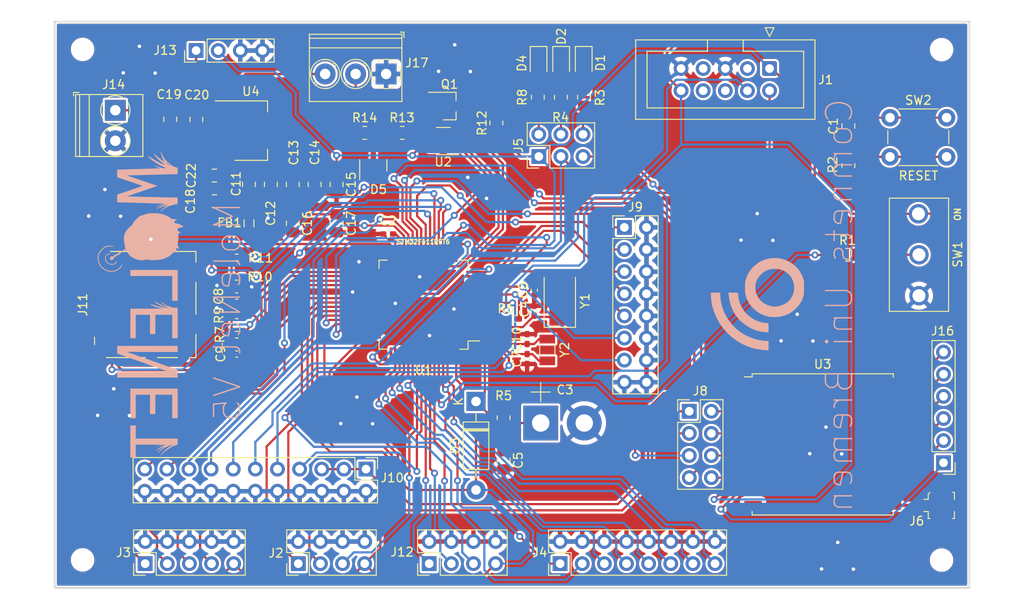
<source format=kicad_pcb>
(kicad_pcb (version 20211014) (generator pcbnew)
  (title_block (title "MoleNet V5.2") (date "2022-07-29") (rev "1") (company "Comnets Uni Bremen") (comment 1 "Eenesh Chavan"))
  (layers (0 "F.Cu" signal) (31 "B.Cu" signal) (34 "B.Paste" user) (35 "F.Paste" user) (36 "B.SilkS" user "B.Silkscreen") (37 "F.SilkS" user "F.Silkscreen") (38 "B.Mask" user) (39 "F.Mask" user) (44 "Edge.Cuts" user))
  (net 0 "")
  (net 1 "NRST")
  (net 2 "GND")
  (net 3 "VCAP_1")
  (net 4 "Net-(C3-Pad1)")
  (net 5 "OSC_IN")
  (net 6 "VBAT")
  (net 7 "Net-(C6-Pad1)")
  (net 8 "OSC32_IN")
  (net 9 "+3V3")
  (net 10 "OSC32_OUT")
  (net 11 "+3.3VA")
  (net 12 "+12V")
  (net 13 "Net-(D1-Pad2)")
  (net 14 "Net-(D2-Pad2)")
  (net 15 "Net-(D4-Pad2)")
  (net 17 "Net-(D5-Pad3)")
  (net 18 "SWDIO")
  (net 20 "SWCLK")
  (net 24 "PA8")
  (net 25 "PA9")
  (net 26 "PB3")
  (net 27 "PB4")
  (net 28 "PB12")
  (net 29 "PB13")
  (net 30 "PB14")
  (net 31 "PB15")
  (net 32 "PB8")
  (net 33 "PC9")
  (net 34 "PA15")
  (net 35 "PC10")
  (net 36 "PC11")
  (net 37 "PC12")
  (net 38 "PD2")
  (net 39 "PB9")
  (net 40 "Power_Led")
  (net 41 "SWD_LED")
  (net 42 "PB8_LED")
  (net 43 "Net-(J6-Pad1)")
  (net 44 "RFM_MISO")
  (net 45 "RFM_MISO_ON")
  (net 46 "RFM_MOSI")
  (net 47 "RFM_MOSI_ON")
  (net 48 "RFM_SCK")
  (net 49 "RFM_SCK_ON")
  (net 50 "RFM_CS")
  (net 51 "RFM_CS_ON")
  (net 52 "PC4")
  (net 53 "PC5")
  (net 54 "PC0")
  (net 55 "PA1")
  (net 56 "PA0")
  (net 57 "PC1")
  (net 58 "PC13")
  (net 59 "PB2")
  (net 60 "PB10")
  (net 61 "PC6")
  (net 62 "PC7")
  (net 63 "PC8")
  (net 65 "SD_CS")
  (net 66 "SD_MOSI")
  (net 67 "SD_SCK")
  (net 69 "SD_MISO")
  (net 70 "PB6")
  (net 71 "PB7")
  (net 72 "PB5")
  (net 73 "Net-(J16-Pad1)")
  (net 74 "Net-(J16-Pad2)")
  (net 75 "Net-(J16-Pad3)")
  (net 76 "Net-(J16-Pad4)")
  (net 77 "Net-(J16-Pad5)")
  (net 78 "Net-(J16-Pad6)")
  (net 79 "Net-(J17-Pad2)")
  (net 80 "Net-(Q1-Pad1)")
  (net 81 "USART2_Rx")
  (net 82 "BOOT0")
  (net 83 "Net-(R1-Pad2)")
  (net 84 "Net-(R2-Pad2)")
  (net 85 "OSC_OUT")
  (net 86 "PC2")
  (net 87 "PC3")
  (net 88 "USART2_Tx")
  (net 89 "DIR_Out")
  (footprint "Capacitor_SMD:C_0402_1005Metric_Pad0.74x0.62mm_HandSolder" (layer "F.Cu") (at 147.5307 95.2046 90)
    (fp_text reference "C10")
    (fp_text value "12pF")
  )
  (footprint "Capacitor_SMD:C_0805_2012Metric_Pad1.18x1.45mm_HandSolder" (layer "F.Cu") (at 118.11 77.4407 -90)
    (fp_text reference "C12")
    (fp_text value "100nF")
  )
  (footprint "Resistor_SMD:R_0805_2012Metric_Pad1.20x1.40mm_HandSolder" (layer "F.Cu") (at 154.0637 67.437 -90)
    (fp_text reference "R3")
    (fp_text value "220")
  )
  (footprint "Crystal:Crystal_SMD_5032-2Pin_5.0x3.2mm" (layer "F.Cu") (at 151.2824 90.805 90)
    (fp_text reference "Y1")
    (fp_text value "8MHz")
  )
  (footprint "Connector_PinHeader_2.54mm:PinHeader_2x04_P2.54mm_Vertical" (layer "F.Cu") (at 166.1414 103.4896)
    (fp_text reference "J8")
    (fp_text value "RFM_Switch")
  )
  (footprint "Connector_IDC:IDC-Header_2x05_P2.54mm_Vertical" (layer "F.Cu") (at 175.3616 64.1445 -90)
    (fp_text reference "J1")
    (fp_text value "SWD")
  )
  (footprint "Capacitor_SMD:C_0805_2012Metric_Pad1.18x1.45mm_HandSolder" (layer "F.Cu") (at 125.6588 81.915 -90)
    (fp_text reference "C17")
    (fp_text value "10nF")
  )
  (footprint "Capacitor_SMD:C_0402_1005Metric_Pad0.74x0.62mm_HandSolder" (layer "F.Cu") (at 131.572 83.1342 180)
    (fp_text reference "C2")
    (fp_text value "4.7uF")
  )
  (footprint "Resistor_SMD:R_0402_1005Metric_Pad0.72x0.64mm_HandSolder" (layer "F.Cu") (at 114.1984 92.4814 180)
    (fp_text reference "R9")
    (fp_text value "10K")
  )
  (footprint "LED_SMD:LED_0805_2012Metric_Pad1.15x1.40mm_HandSolder" (layer "F.Cu") (at 151.4348 63.4746 -90)
    (fp_text reference "D2")
    (fp_text value "LED")
  )
  (footprint "Capacitor_SMD:C_0805_2012Metric" (layer "F.Cu") (at 184.409 70.739 -90)
    (fp_text reference "C1")
    (fp_text value "10pF")
  )
  (footprint "Resistor_SMD:R_0805_2012Metric_Pad1.20x1.40mm_HandSolder" (layer "F.Cu") (at 144.8308 104.2416 -90)
    (fp_text reference "R5")
    (fp_text value "22")
  )
  (footprint "Resistor_SMD:R_0402_1005Metric_Pad0.72x0.64mm_HandSolder" (layer "F.Cu") (at 114.1984 94.70548 180)
    (fp_text reference "R7")
    (fp_text value "10K")
  )
  (footprint "MountingHole:MountingHole_2.2mm_M2" (layer "F.Cu") (at 195.107 61.9744)
    (fp_text reference "REF**" hide)
    (fp_text value "MountingHole_2.2mm_M2")
  )
  (footprint "Resistor_SMD:R_0805_2012Metric_Pad1.20x1.40mm_HandSolder" (layer "F.Cu") (at 184.3168 85.5218)
    (fp_text reference "R1")
    (fp_text value "10K")
  )
  (footprint "Capacitor_SMD:C_0805_2012Metric_Pad1.18x1.45mm_HandSolder" (layer "F.Cu") (at 109.5552 69.9985 -90)
    (fp_text reference "C20")
    (fp_text value "1uF")
  )
  (footprint "Capacitor_SMD:C_0805_2012Metric_Pad1.18x1.45mm_HandSolder" (layer "F.Cu") (at 111.6291 76.4286 180)
    (fp_text reference "C22")
    (fp_text value "1uF")
  )
  (footprint "Capacitor_SMD:C_0805_2012Metric_Pad1.18x1.45mm_HandSolder" (layer "F.Cu") (at 125.6538 77.4407 -90)
    (fp_text reference "C15")
    (fp_text value "100nF")
  )
  (footprint "MountingHole:MountingHole_2.2mm_M2" (layer "F.Cu") (at 195.1024 120.5738)
    (fp_text reference "REF**" hide)
    (fp_text value "MountingHole_2.2mm_M2")
  )
  (footprint "Capacitor_SMD:C_0805_2012Metric_Pad1.18x1.45mm_HandSolder" (layer "F.Cu") (at 111.6291 79.375 180)
    (fp_text reference "C18")
    (fp_text value "1uF")
  )
  (footprint "Resistor_SMD:R_0402_1005Metric_Pad0.72x0.64mm_HandSolder" (layer "F.Cu") (at 114.1984 88.05324 180)
    (fp_text reference "R10")
    (fp_text value "10K")
  )
  (footprint "Capacitor_SMD:C_0805_2012Metric_Pad1.18x1.45mm_HandSolder" (layer "F.Cu") (at 120.6296 81.915 -90)
    (fp_text reference "C16")
    (fp_text value "1uF")
  )
  (footprint "Capacitor_SMD:C_0805_2012Metric_Pad1.18x1.45mm_HandSolder" (layer "F.Cu") (at 115.5954 77.4407 -90)
    (fp_text reference "C11")
    (fp_text value "4.7uF")
  )
  (footprint "Connector_PinHeader_2.54mm:PinHeader_2x08_P2.54mm_Vertical" (layer "F.Cu") (at 158.6926 82.3794)
    (fp_text reference "J9")
    (fp_text value "ADC_Pin")
  )
  (footprint "Inductor_SMD:L_0805_2012Metric_Pad1.05x1.20mm_HandSolder" (layer "F.Cu") (at 115.6004 81.915 90)
    (fp_text reference "FB1")
    (fp_text value "Ferrite_Bead")
  )
  (footprint "Capacitor_SMD:C_0805_2012Metric_Pad1.18x1.45mm_HandSolder" (layer "F.Cu") (at 123.1392 77.4407 -90)
    (fp_text reference "C14")
    (fp_text value "100nF")
  )
  (footprint "Resistor_SMD:R_0805_2012Metric_Pad1.20x1.40mm_HandSolder" (layer "F.Cu") (at 151.4094 67.437 -90)
    (fp_text reference "R4")
    (fp_text value "220")
  )
  (footprint "Resistor_SMD:R_0805_2012Metric_Pad1.20x1.40mm_HandSolder" (layer "F.Cu") (at 144 70.4 90)
    (fp_text reference "R12")
    (fp_text value "220")
  )
  (footprint "Resistor_SMD:R_0402_1005Metric_Pad0.72x0.64mm_HandSolder" (layer "F.Cu") (at 145.9942 92.8878 180)
    (fp_text reference "R6")
    (fp_text value "10K")
  )
  (footprint "LED_SMD:LED_0805_2012Metric_Pad1.15x1.40mm_HandSolder" (layer "F.Cu") (at 148.844 63.4746 -90)
    (fp_text reference "D4")
    (fp_text value "LED")
  )
  (footprint "Capacitor_SMD:C_0402_1005Metric_Pad0.74x0.62mm_HandSolder" (layer "F.Cu") (at 148.336 91.948 90)
    (fp_text reference "C4")
    (fp_text value "20pF")
  )
  (footprint "Diode_THT:D_DO-41_SOD81_P10.16mm_Horizontal" (layer "F.Cu") (at 141.6608 102.362 -90)
    (fp_text reference "D3")
    (fp_text value "1N5817")
  )
  (footprint "Resistor_SMD:R_0805_2012Metric_Pad1.20x1.40mm_HandSolder" (layer "F.Cu") (at 133.1866 71.5264 180)
    (fp_text reference "R13")
    (fp_text value "220")
  )
  (footprint "Connector_PinHeader_2.54mm:PinHeader_2x11_P2.54mm_Vertical" (layer "F.Cu") (at 129.032 110.1294 -90)
    (fp_text reference "J10")
    (fp_text value "Unused Pins")
  )
  (footprint "Capacitor_SMD:C_0402_1005Metric_Pad0.74x0.62mm_HandSolder" (layer "F.Cu") (at 114.1984 96.91956)
    (fp_text reference "C9")
    (fp_text value "4.7uF")
  )
  (footprint "RF_Module:HOPERF_RFM9XW_SMD" (layer "F.Cu") (at 181.4626 107.2896)
    (fp_text reference "U3")
    (fp_text value "RFM95W_96W_98W")
  )
  (footprint "Connector_Coaxial:U.FL_Molex_MCRF_73412-0110_Vertical" (layer "F.Cu") (at 195.077 114.3 -90)
    (fp_text reference "J6")
    (fp_text value "RF_UFL_Connector")
  )
  (footprint "TerminalBlock_Phoenix:TerminalBlock_Phoenix_PT-1,5-2-3.5-H_1x02_P3.50mm_Horizontal" (layer "F.Cu") (at 100.2588 68.9356 -90)
    (fp_text reference "J14")
    (fp_text value "Power In")
  )
  (footprint "TerminalBlock_Phoenix:TerminalBlock_Phoenix_PT-1,5-3-3.5-H_1x03_P3.50mm_Horizontal" (layer "F.Cu") (at 131.3434 64.77 180)
    (fp_text reference "J17")
    (fp_text value "SDI-12")
  )
  (footprint "Capacitor_SMD:C_0805_2012Metric_Pad1.18x1.45mm_HandSolder" (layer "F.Cu") (at 120.6246 77.4407 -90)
    (fp_text reference "C13")
    (fp_text value "100nF")
  )
  (footprint "Connector_PinHeader_2.54mm:PinHeader_2x05_P2.54mm_Vertical" (layer "F.Cu") (at 103.6828 120.9802 90)
    (fp_text reference "J3")
    (fp_text value "SPI Interface")
  )
  (footprint "Connector_PinHeader_2.54mm:PinHeader_1x04_P2.54mm_Vertical" (layer "F.Cu") (at 109.5298 62.0776 90)
    (fp_text reference "J13")
    (fp_text value "Power Out")
  )
  (footprint "MountingHole:MountingHole_2.2mm_M2" (layer "F.Cu") (at 96.4996 61.9506)
    (fp_text reference "REF**" hide)
    (fp_text value locked "MountingHole_2.2mm_M2")
  )
  (footprint "Capacitor_SMD:C_0805_2012Metric_Pad1.18x1.45mm_HandSolder" (layer "F.Cu") (at 106.558 69.9731 -90)
    (fp_text reference "C19")
    (fp_text value "4.7uF")
  )
  (footprint "Connector_PinHeader_2.54mm:PinHeader_2x04_P2.54mm_Vertical" (layer "F.Cu") (at 121.261133 120.9802 90)
    (fp_text reference "J2")
    (fp_text value "USART Interface")
  )
  (footprint "Capacitor_SMD:C_0402_1005Metric_Pad0.74x0.62mm_HandSolder" (layer "F.Cu") (at 147.5307 97.4906 -90)
    (fp_text reference "C7")
    (fp_text value "12pF")
  )
  (footprint "Connector_PinHeader_2.54mm:PinHeader_2x04_P2.54mm_Vertical" (layer "F.Cu") (at 136.289466 120.9802 90)
    (fp_text reference "J12")
    (fp_text value "I2C Interface")
  )
  (footprint "Capacitor_THT:CP_Radial_D22.0mm_P10.00mm_SnapIn" (layer "F.Cu") (at 149.0872 104.8376)
    (fp_text reference "C3")
    (fp_text value "1F")
  )
  (footprint "Crystal:Crystal_SMD_3215-2Pin_3.2x1.5mm" (layer "F.Cu") (at 149.8421 96.4492 -90)
    (fp_text reference "Y2")
    (fp_text value "32kHz")
  )
  (footprint "Package_TO_SOT_SMD:SOT-23-5" (layer "F.Cu") (at 137.9016 72.4662 180)
    (fp_text reference "U2")
    (fp_text value "SN74LVC1G125DBVR")
  )
  (footprint "Resistor_SMD:R_0805_2012Metric_Pad1.20x1.40mm_HandSolder" (layer "F.Cu") (at 128.8846 71.5264 180)
    (fp_text reference "R14")
    (fp_text value "220")
  )
  (footprint "Capacitor_SMD:C_0805_2012Metric_Pad1.18x1.45mm_HandSolder" (layer "F.Cu") (at 144.8308 109.1184 -90)
    (fp_text reference "C5")
    (fp_text value "100nF")
  )
  (footprint "Connector_Card:microSD_HC_Molex_104031-0811" (layer "F.Cu") (at 103.6878 91.2544 90)
    (fp_text reference "J11")
    (fp_text value "Micro_SD_Card")
  )
  (footprint "Resistor_SMD:R_0805_2012Metric_Pad1.20x1.40mm_HandSolder" (layer "F.Cu") (at 148.7551 67.437 -90)
    (fp_text reference "R8")
    (fp_text value "220")
  )
  (footprint "Package_TO_SOT_SMD:SOT-23" (layer "F.Cu") (at 129.8702 75.2602 90)
    (fp_text reference "D5")
    (fp_text value "BZX84C7V5LT1G")
  )
  (footprint "STM32:LQFP-64_10x10mm_P0.5mm" (layer "F.Cu") (at 135.641 91.2544 180)
    (fp_text reference "U1")
    (fp_text value "STM32F411R(C_E)T6")
  )
  (footprint "Package_TO_SOT_SMD:SOT-23_Handsoldering" (layer "F.Cu") (at 138.6128 68.453)
    (fp_text reference "Q1")
    (fp_text value "BSS123LT1G")
  )
  (footprint "LED_SMD:LED_0805_2012Metric_Pad1.15x1.40mm_HandSolder" (layer "F.Cu") (at 154.0256 63.4746 -90)
    (fp_text reference "D1")
    (fp_text value "LED")
  )
  (footprint "Resistor_SMD:R_0805_2012Metric_Pad1.20x1.40mm_HandSolder" (layer "F.Cu") (at 184.409 75.2856 90)
    (fp_text reference "R2")
    (fp_text value "10K")
  )
  (footprint "Resistor_SMD:R_0402_1005Metric_Pad0.72x0.64mm_HandSolder" (layer "F.Cu") (at 114.1984 85.82916 180)
    (fp_text reference "R11")
    (fp_text value "10K")
  )
  (footprint "Button_Switch_THT:SW_PUSH_6mm_H4.3mm" (layer "F.Cu") (at 189.1854 69.7844)
    (fp_text reference "SW2")
    (fp_text value "RESET")
  )
  (footprint "Capacitor_SMD:C_0402_1005Metric_Pad0.74x0.62mm_HandSolder" (layer "F.Cu") (at 114.1984 90.26732)
    (fp_text reference "C8")
    (fp_text value "4.7uF")
  )
  (footprint "Capacitor_SMD:C_0402_1005Metric_Pad0.74x0.62mm_HandSolder" (layer "F.Cu") (at 148.3564 89.5945 -90)
    (fp_text reference "C6")
    (fp_text value "20pF")
  )
  (footprint "My_Library:Switch_SPDT_THT" (layer "F.Cu") (at 192.5334 85.4456 90)
    (fp_text reference "SW1")
    (fp_text value "BOOT0")
  )
  (footprint "Package_TO_SOT_SMD:SOT-223-3_TabPin2" (layer "F.Cu") (at 115.824 71.2724)
    (fp_text reference "U4")
    (fp_text value "MCP1703")
  )
  (footprint "MountingHole:MountingHole_2.2mm_M2" (layer "F.Cu") (at 96.4996 120.5484)
    (fp_text reference "REF**" hide)
    (fp_text value "MountingHole_2.2mm_M2")
  )
  (footprint "Connector_PinHeader_2.54mm:PinHeader_1x06_P2.54mm_Vertical" (layer "F.Cu") (at 195.331 109.3978 180)
    (fp_text reference "J16")
    (fp_text value locked "RFM_DIO")
  )
  (footprint "Connector_PinHeader_2.54mm:PinHeader_2x08_P2.54mm_Vertical" (layer "F.Cu") (at 151.3178 120.9802 90)
    (fp_text reference "J4")
    (fp_text value "Unused Pin")
  )
  (footprint "Connector_PinHeader_2.54mm:PinHeader_2x03_P2.54mm_Vertical" (layer "F.Cu") (at 148.8694 74.2442 90)
    (fp_text reference "J5")
    (fp_text value "LED_Switch")
  )
  (footprint "LOGO" (layer "B.Cu") (at 103.140927 91.359158 -90)
    (fp_text reference "G***" hide)
    (fp_text value "LOGO" hide)
  )
  (footprint "LOGO" (layer "B.Cu") (at 173.98 91.21 -90)
    (fp_text reference "G***" hide)
    (fp_text value "LOGO" hide)
  )
  (gr_rect (start 93.297 123.7544) (end 198.297 58.7544) (layer "Edge.Cuts") (width 0.2) (fill none))
  (gr_text "MoleNet V5" (at 113.15 92.1 90) (layer "B.SilkS") (effects (font (size 3 3)) (justify mirror)))
  (gr_text "Comnets Uni Bremen" (at 183.39 91.34 90) (layer "B.SilkS") (effects (font (size 3 3)) (justify mirror)))
  (gr_text "RESET" (at 192.45 76.45) (layer "F.SilkS") (effects (font (size 1 1))))
  (gr_text "ON" (at 196.95 80.87 90) (layer "F.SilkS") (effects (font (size 0.7 0.7))))
  (gr_text "STM32F411RET6" (at 135.63 84.03) (layer "F.SilkS") (effects (font (size 0.5 0.5) (thickness 0.125))))
  (segment (start 173.4626 110.2896) (end 172.3108 110.2896) (width 0.254) (layer "F.Cu") (net 1))
  (segment (start 163.576 62.357) (end 163.576 65.0589) (width 0.254) (layer "F.Cu") (net 1))
  (segment (start 184.4136 69.7844) (end 189.1854 69.7844) (width 0.254) (layer "F.Cu") (net 1))
  (segment (start 184.409 69.789) (end 184.4136 69.7844) (width 0.254) (layer "F.Cu") (net 1))
  (segment (start 145.003 92.0044) (end 141.316 92.0044) (width 0.254) (layer "F.Cu") (net 1))
  (segment (start 184.2414 69.789) (end 175.7172 61.2648) (width 0.254) (layer "F.Cu") (net 1))
  (segment (start 184.409 69.789) (end 184.2414 69.789) (width 0.254) (layer "F.Cu") (net 1))
  (segment (start 163.576 65.0589) (end 165.2016 66.6845) (width 0.254) (layer "F.Cu") (net 1))
  (segment (start 172.3108 110.2896) (end 168.9862 113.6142) (width 0.254) (layer "F.Cu") (net 1))
  (segment (start 175.7172 61.2648) (end 164.6682 61.2648) (width 0.254) (layer "F.Cu") (net 1))
  (segment (start 189.1854 69.7844) (end 195.6854 69.7844) (width 0.254) (layer "F.Cu") (net 1))
  (segment (start 164.6682 61.2648) (end 163.576 62.357) (width 0.254) (layer "F.Cu") (net 1))
  (segment (start 145.1102 91.8972) (end 145.003 92.0044) (width 0.254) (layer "F.Cu") (net 1))
  (via (at 168.9862 113.6142) (size 0.8) (drill 0.4) (layers "F.Cu" "B.Cu") (net 1))
  (via (at 145.1102 91.8972) (size 0.8) (drill 0.4) (layers "F.Cu" "B.Cu") (net 1))
  (segment (start 168.9862 113.6142) (end 180.7464 113.6142) (width 0.254) (layer "B.Cu") (net 1))
  (segment (start 145.1102 89.8652) (end 148.209 86.7664) (width 0.254) (layer "B.Cu") (net 1))
  (segment (start 154.0764 80.8228) (end 155.2194 79.6798) (width 0.254) (layer "B.Cu") (net 1))
  (segment (start 154.0764 86.1822) (end 154.0764 80.8228) (width 0.254) (layer "B.Cu") (net 1))
  (segment (start 184.7596 80.137) (end 177.4952 72.8726) (width 0.254) (layer "B.Cu") (net 1))
  (segment (start 148.209 86.7664) (end 153.4922 86.7664) (width 0.254) (layer "B.Cu") (net 1))
  (segment (start 165.2016 72.8726) (end 165.2016 66.6845) (width 0.254) (layer "B.Cu") (net 1))
  (segment (start 177.4952 72.8726) (end 165.2016 72.8726) (width 0.254) (layer "B.Cu") (net 1))
  (segment (start 158.3944 79.6798) (end 165.2016 72.8726) (width 0.254) (layer "B.Cu") (net 1))
  (segment (start 184.7596 109.601) (end 184.7596 80.137) (width 0.254) (layer "B.Cu") (net 1))
  (segment (start 180.7464 113.6142) (end 184.7596 109.601) (width 0.254) (layer "B.Cu") (net 1))
  (segment (start 153.4922 86.7664) (end 154.0764 86.1822) (width 0.254) (layer "B.Cu") (net 1))
  (segment (start 155.2194 79.6798) (end 158.3944 79.6798) (width 0.254) (layer "B.Cu") (net 1))
  (segment (start 145.1102 91.8972) (end 145.1102 89.8652) (width 0.254) (layer "B.Cu") (net 1))
  (segment (start 131.6415 83.7712) (end 131.0045 83.1342) (width 0.254) (layer "F.Cu") (net 2))
  (segment (start 132.0912 83.7712) (end 131.6415 83.7712) (width 0.254) (layer "F.Cu") (net 2))
  (segment (start 132.391 84.071) (end 132.0912 83.7712) (width 0.254) (layer "F.Cu") (net 2))
  (segment (start 132.391 85.5794) (end 132.391 84.071) (width 0.254) (layer "F.Cu") (net 2))
  (via (at 179.9824 108.3546) (size 0.8) (drill 0.4) (layers "F.Cu" "B.Cu") (net 2))
  (via (at 115.91 89.2) (size 0.8) (drill 0.4) (layers "F.Cu" "B.Cu") (net 2))
  (via (at 140.716 76.6318) (size 0.8) (drill 0.4) (layers "F.Cu" "B.Cu") (net 2))
  (via (at 132.4 91.1) (size 0.8) (drill 0.4) (layers "F.Cu" "B.Cu") (net 2))
  (via (at 175.7426 83.8708) (size 0.8) (drill 0.4) (layers "F.Cu" "B.Cu") (net 2))
  (via (at 111.92 89.05) (size 0.8) (drill 0.4) (layers "F.Cu" "B.Cu") (net 2))
  (via (at 181.3306 121.5898) (size 0.8) (drill 0.4) (layers "F.Cu" "B.Cu") (net 2))
  (via (at 127.9906 101.854) (size 0.8) (drill 0.4) (layers "F.Cu" "B.Cu") (net 2))
  (via (at 103.0224 61.595) (size 0.8) (drill 0.4) (layers "F.Cu" "B.Cu") (net 2))
  (via (at 99.06 78.0288) (size 0.8) (drill 0.4) (layers "F.Cu" "B.Cu") (net 2))
  (via (at 183.1848 118.5418) (size 0.8) (drill 0.4) (layers "F.Cu" "B.Cu") (net 2))
  (via (at 135.2 88.05) (size 0.8) (drill 0.4) (layers "F.Cu" "B.Cu") (net 2))
  (via (at 137.3632 64.4652) (size 0.8) (drill 0.4) (layers "F.Cu" "B.Cu") (net 2))
  (via (at 139.2174 61.4172) (size 0.8) (drill 0.4) (layers "F.Cu" "B.Cu") (net 2))
  (via (at 100.076 100.9142) (size 0.8) (drill 0.4) (layers "F.Cu" "B.Cu") (net 2))
  (via (at 111.9 91.61) (size 0.8) (drill 0.4) (layers "F.Cu" "B.Cu") (net 2))
  (via (at 127.5 89.8) (size 0.8) (drill 0.4) (layers "F.Cu" "B.Cu") (net 2))
  (via (at 117.7798 81.3054) (size 0.8) (drill 0.4) (layers "F.Cu" "B.Cu") (net 2))
  (via (at 128.225 86.325) (size 0.8) (drill 0.4) (layers "F.Cu" "B.Cu") (net 2))
  (via (at 181.8366 105.3066) (size 0.8) (drill 0.4) (layers "F.Cu" "B.Cu") (net 2))
  (via (at 98.2218 103.9622) (size 0.8) (drill 0.4) (layers "F.Cu" "B.Cu") (net 2))
  (via (at 104.8258 64.6684) (size 0.8) (drill 0.4) (layers "F.Cu" "B.Cu") (net 2))
  (via (at 97.2058 81.0768) (size 0.8) (drill 0.4) (layers "F.Cu" "B.Cu") (net 2))
  (via (at 127.5842 81.3054) (size 0.8) (drill 0.4) (layers "F.Cu" "B.Cu") (net 2))
  (via (at 129.794 104.9274) (size 0.8) (drill 0.4) (layers "F.Cu" "B.Cu") (net 2))
  (via (at 173.9392 80.7974) (size 0.8) (drill 0.4) (layers "F.Cu" "B.Cu") (net 2))
  (via (at 141.0208 64.4906) (size 0.8) (drill 0.4) (layers "F.Cu" "B.Cu") (net 2))
  (via (at 180.34 95.4278) (size 0.8) (drill 0.4) (layers "F.Cu" "B.Cu") (net 2))
  (via (at 183.64 108.38) (size 0.8) (drill 0.4) (layers "F.Cu" "B.Cu") (net 2))
  (via (at 139.125 91.75) (size 0.8) (drill 0.4) (layers "F.Cu" "B.Cu") (net 2))
  (via (at 178.5366 92.3544) (size 0.8) (drill 0.4) (layers "F.Cu" "B.Cu") (net 2))
  (via (at 136.325 94.8) (size 0.8) (drill 0.4) (layers "F.Cu" "B.Cu") (net 2))
  (via (at 172.085 83.8454) (size 0.8) (drill 0.4) (layers "F.Cu" "B.Cu") (net 2))
  (via (at 101.8794 103.9876) (size 0.8) (drill 0.4) (layers "F.Cu" "B.Cu") (net 2))
  (via (at 184.9882 121.6152) (size 0.8) (drill 0.4) (layers "F.Cu" "B.Cu") (net 2))
  (via (at 126.1364 104.902) (size 0.8) (drill 0.4) (layers "F.Cu" "B.Cu") (net 2))
  (via (at 100.8634 81.1022) (size 0.8) (drill 0.4) (layers "F.Cu" "B.Cu") (net 2))
  (via (at 101.1682 64.643) (size 0.8) (drill 0.4) (layers "F.Cu" "B.Cu") (net 2))
  (via (at 142.875 79.05) (size 0.8) (drill 0.4) (layers "F.Cu" "B.Cu") (net 2))
  (via (at 176.6824 95.4024) (size 0.8) (drill 0.4) (layers "F.Cu" "B.Cu") (net 2))
  (segment (start 132.891 83.5896) (end 132.891 85.5794) (width 0.254) (layer "F.Cu") (net 3))
  (segment (start 132.4356 83.1342) (end 132.891 83.5896) (width 0.25) (layer "F.Cu") (net 3))
  (segment (start 132.1395 83.1342) (end 132.4356 83.1342) (width 0.25) (layer "F.Cu") (net 3))
  (segment (start 144.8308 103.2416) (end 146.4268 104.8376) (width 0.254) (layer "F.Cu") (net 4))
  (segment (start 146.4268 104.8376) (end 149.0872 104.8376) (width 0.254) (layer "F.Cu") (net 4))
  (segment (start 141.316 93.0044) (end 143.622368 93.0044) (width 0.254) (layer "F.Cu") (net 5))
  (segment (start 147.0239 93.8276) (end 148.336 92.5155) (width 0.254) (layer "F.Cu") (net 5))
  (segment (start 148.336 92.5155) (end 148.4755 92.655) (width 0.254) (layer "F.Cu") (net 5))
  (segment (start 144.445568 93.8276) (end 147.0239 93.8276) (width 0.254) (layer "F.Cu") (net 5))
  (segment (start 143.622368 93.0044) (end 144.445568 93.8276) (width 0.254) (layer "F.Cu") (net 5))
  (segment (start 148.4755 92.655) (end 151.2824 92.655) (width 0.254) (layer "F.Cu") (net 5))
  (segment (start 142.6718 95.2754) (end 142.6718 101.351) (width 0.254) (layer "F.Cu") (net 6))
  (segment (start 144.8308 105.2416) (end 144.8308 108.0809) (width 0.254) (layer "F.Cu") (net 6))
  (segment (start 142.6718 101.351) (end 141.6608 102.362) (width 0.254) (layer "F.Cu") (net 6))
  (segment (start 141.316 95.0044) (end 142.4008 95.0044) (width 0.254) (layer "F.Cu") (net 6))
  (segment (start 144.5404 105.2416) (end 144.8308 105.2416) (width 0.254) (layer "F.Cu") (net 6))
  (segment (start 142.4008 95.0044) (end 142.6718 95.2754) (width 0.254) (layer "F.Cu") (net 6))
  (segment (start 141.6608 102.362) (end 144.5404 105.2416) (width 0.254) (layer "F.Cu") (net 6))
  (segment (start 148.4284 88.955) (end 151.2824 88.955) (width 0.254) (layer "F.Cu") (net 7))
  (segment (start 148.3564 89.027) (end 146.5917 90.7917) (width 0.254) (layer "F.Cu") (net 7))
  (segment (start 148.3564 89.027) (end 148.4284 88.955) (width 0.254) (layer "F.Cu") (net 7))
  (segment (start 146.5917 90.7917) (end 146.5917 92.8878) (width 0.254) (layer "F.Cu") (net 7))
  (segment (start 147.5307 96.9231) (end 148.1266 96.9231) (width 0.254) (layer "F.Cu") (net 8))
  (segment (start 148.1266 96.9231) (end 148.9027 97.6992) (width 0.254) (layer "F.Cu") (net 8))
  (segment (start 148.9027 97.6992) (end 149.8421 97.6992) (width 0.254) (layer "F.Cu") (net 8))
  (segment (start 145.6149 96.9231) (end 147.5307 96.9231) (width 0.254) (layer "F.Cu") (net 8))
  (segment (start 141.316 94.0044) (end 142.6962 94.0044) (width 0.254) (layer "F.Cu") (net 8))
  (segment (start 142.6962 94.0044) (end 145.6149 96.9231) (width 0.254) (layer "F.Cu") (net 8))
  (segment (start 113.6309 92.4514) (end 113.6009 92.4814) (width 0.254) (layer "F.Cu") (net 9))
  (segment (start 132.715 111.252) (end 133.985 112.522) (width 0.254) (layer "F.Cu") (net 9))
  (segment (start 194.0814 87.9856) (end 194.9196 87.1474) (width 0.254) (layer "F.Cu") (net 9))
  (segment (start 184.7332 80.8218) (end 192.4516 80.8218) (width 0.254) (layer "F.Cu") (net 9))
  (segment (start 191.2112 87.9856) (end 194.0814 87.9856) (width 0.254) (layer "F.Cu") (net 9))
  (segment (start 175.6251 64.1445) (end 180.5432 69.0626) (width 0.254) (layer "F.Cu") (net 9))
  (segment (start 129.966 95.0044) (end 128.7696 95.0044) (width 0.254) (layer "F.Cu") (net 9))
  (segment (start 140.225 82.125) (end 138.391 83.959) (width 0.254) (layer "F.Cu") (net 9))
  (segment (start 189.4626 106.2896) (end 187.8236 106.2896) (width 0.254) (layer "F.Cu") (net 9))
  (segment (start 139.8778 100.33) (end 139.8778 103.7336) (width 0.254) (layer "F.Cu") (net 9))
  (segment (start 112.674 76.4212) (end 112.6666 76.4286) (width 0.254) (layer "F.Cu") (net 9))
  (segment (start 133.985 112.522) (end 141.6608 112.522) (width 0.254) (layer "F.Cu") (net 9))
  (segment (start 194.9196 87.1474) (end 194.9196 81.8896) (width 0.254) (layer "F.Cu") (net 9))
  (segment (start 135.0162 73.4162) (end 136.7641 73.4162) (width 0.254) (layer "F.Cu") (net 9))
  (segment (start 131.891 85.5794) (end 131.8768 85.5652) (width 0.254) (layer "F.Cu") (net 9))
  (segment (start 180.5432 69.0626) (end 180.5432 76.6318) (width 0.254) (layer "F.Cu") (net 9))
  (segment (start 131.2164 106.9848) (end 132.715 108.4834) (width 0.254) (layer "F.Cu") (net 9))
  (segment (start 187.2234 91.9734) (end 191.2112 87.9856) (width 0.254) (layer "F.Cu") (net 9))
  (segment (start 112.6666 76.4286) (end 112.6666 79.375) (width 0.254) (layer "F.Cu") (net 9))
  (segment (start 134.366 74.0664) (end 135.0162 73.4162) (width 0.254) (layer "F.Cu") (net 9))
  (segment (start 113.8428 120.9802) (end 115.316 122.4534) (width 0.254) (layer "F.Cu") (net 9))
  (segment (start 113.6009 85.82916) (end 113.6009 88.05324) (width 0.254) (layer "F.Cu") (net 9))
  (segment (start 120.6246 76.4032) (end 125.6538 76.4032) (width 0.254) (layer "F.Cu") (net 9))
  (segment (start 97.5106 91.0594) (end 96.57 92) (width 0.254) (layer "F.Cu") (net 9))
  (segment (start 187.8236 106.2896) (end 187.2234 105.6894) (width 0.254) (layer "F.Cu") (net 9))
  (segment (start 98.2378 91.0594) (end 97.5106 91.0594) (width 0.254) (layer "F.Cu") (net 9))
  (segment (start 123.952 110.1294) (end 126.492 110.1294) (width 0.254) (layer "F.Cu") (net 9))
  (segment (start 126.492 110.1294) (end 129.032 110.1294) (width 0.254) (layer "F.Cu") (net 9))
  (segment (start 115.57 76.4286) (end 115.5954 76.4032) (width 0.254) (layer "F.Cu") (net 9))
  (segment (start 113.6009 85.82916) (end 113.6009 84.2893) (width 0.254) (layer "F.Cu") (net 9))
  (segment (start 131.8768 84.4042) (end 131.7619 84.2893) (width 0.254) (layer "F.Cu") (net 9))
  (segment (start 127.407933 122.4534) (end 128.881133 120.9802) (width 0.254) (layer "F.Cu") (net 9))
  (segment (start 194.9196 81.8896) (end 193.8274 80.7974) (width 0.254) (layer "F.Cu") (net 9))
  (segment (start 113.6009 88.05324) (end 113.6009 90.23732) (width 0.254) (layer "F.Cu") (net 9))
  (segment (start 128.7696 95.0044) (end 124.841 98.933) (width 0.254) (layer "F.Cu") (net 9))
  (segment (start 125.8316 106.9848) (end 131.2164 106.9848) (width 0.254) (layer "F.Cu") (net 9))
  (segment (start 112.6666 79.375) (end 114.2104 79.375) (width 0.254) (layer "F.Cu") (net 9))
  (segment (start 128.881133 120.9802) (end 130.379733 122.4788) (width 0.254) (layer "F.Cu") (net 9))
  (segment (start 141.6608 105.5166) (end 141.6608 112.522) (width 0.254) (layer "F.Cu") (net 9))
  (segment (start 130.675757 111.773157) (end 130.675757 119.185576) (width 0.254) (layer "F.Cu") (net 9))
  (segment (start 110.64668 90.26732) (end 113.6309 90.26732) (width 0.254) (layer "F.Cu") (net 9))
  (segment (start 124.841 105.9942) (end 125.8316 106.9848) (width 0.254) (layer "F.Cu") (net 9))
  (segment (start 98.2378 91.0594) (end 109.8546 91.0594) (width 0.254) (layer "F.Cu") (net 9))
  (segment (start 180.5432 76.6318) (end 184.7332 80.8218) (width 0.254) (layer "F.Cu") (net 9))
  (segment (start 115.5954 76.4032) (end 118.11 76.4032) (width 0.254) (layer "F.Cu") (net 9))
  (segment (start 175.3616 64.1445) (end 175.6251 64.1445) (width 0.254) (layer "F.Cu") (net 9))
  (segment (start 113.6009 84.2893) (end 113.6009 82.7645) (width 0.254) (layer "F.Cu") (net 9))
  (segment (start 125.6538 76.4032) (end 125.6538 74.1172) (width 0.254) (layer "F.Cu") (net 9))
  (segment (start 139.8778 103.7336) (end 141.6608 105.5166) (width 0.254) (layer "F.Cu") (net 9))
  (segment (start 96.57 92) (end 96.57 115.44) (width 0.254) (layer "F.Cu") (net 9))
  (segment (start 102.26 122.79) (end 112.033 122.79) (width 0.254) (layer "F.Cu") (net 9))
  (segment (start 131.7619 84.2893) (end 113.6009 84.2893) (width 0.254) (layer "F.Cu") (net 9))
  (segment (start 112.6666 76.4286) (end 115.57 76.4286) (width 0.254) (layer "F.Cu") (net 9))
  (segment (start 146.8442 74.2442) (end 148.8694 74.2442) (width 0.254) (layer "F.Cu") (net 9))
  (segment (start 130.379733 122.4788) (end 142.410866 122.4788) (width 0.254) (layer "F.Cu") (net 9))
  (segment (start 114.2104 79.375) (end 115.6004 80.765) (width 0.254) (layer "F.Cu") (net 9))
  (segment (start 113.6309 90.26732) (end 113.6309 92.4514) (width 0.254) (layer "F.Cu") (net 9))
  (segment (start 132.715 108.4834) (end 132.715 111.252) (width 0.254) (layer "F.Cu") (net 9))
  (segment (start 193.8274 80.7974) (end 192.476 80.7974) (width 0.254) (layer "F.Cu") (net 9))
  (segment (start 113.6009 96.88956) (end 113.6309 96.91956) (width 0.254) (layer "F.Cu") (net 9))
  (segment (start 192.476 80.7974) (end 192.4516 80.8218) (width 0.254) (layer "F.Cu") (net 9))
  (segment (start 129.032 110.1294) (end 130.675757 111.773157) (width 0.254) (layer "F.Cu") (net 9))
  (segment (start 138.391 83.959) (end 138.391 85.5794) (width 0.254) (layer "F.Cu") (net 9))
  (segment (start 109.8546 91.0594) (end 110.64668 90.26732) (width 0.254) (layer "F.Cu") (net 9))
  (segment (start 124.841 98.933) (end 124.841 105.9942) (width 0.254) (layer "F.Cu") (net 9))
  (segment (start 130.675757 119.185576) (end 128.881133 120.9802) (width 0.254) (layer "F.Cu") (net 9))
  (segment (start 112.033 122.79) (end 113.8428 120.9802) (width 0.254) (layer "F.Cu") (net 9))
  (segment (start 144 71.4) (end 146.8442 74.2442) (width 0.254) (layer "F.Cu") (net 9))
  (segment (start 113.6009 90.23732) (end 113.6309 90.26732) (width 0.254) (layer "F.Cu") (net 9))
  (segment (start 101.24 120.11) (end 101.24 121.77) (width 0.254) (layer "F.Cu") (net 9))
  (segment (start 142.410866 122.4788) (end 143.909466 120.9802) (width 0.254) (layer "F.Cu") (net 9))
  (segment (start 96.57 115.44) (end 101.24 120.11) (width 0.254) (layer "F.Cu") (net 9))
  (segment (start 118.11 76.4032) (end 120.6246 76.4032) (width 0.254) (layer "F.Cu") (net 9))
  (segment (start 134.366 74.1172) (end 134.366 74.0664) (width 0.254) (layer "F.Cu") (net 9))
  (segment (start 113.6009 92.4814) (end 113.6009 94.70548) (width 0.254) (layer "F.Cu") (net 9))
  (segment (start 131.8768 85.5652) (end 131.8768 84.4042) (width 0.254) (layer "F.Cu") (net 9))
  (segment (start 101.24 121.77) (end 102.26 122.79) (width 0.254) (layer "F.Cu") (net 9))
  (segment (start 113.6009 82.7645) (end 115.6004 80.765) (width 0.254) (layer "F.Cu") (net 9))
  (segment (start 113.6009 94.70548) (end 113.6009 96.88956) (width 0.254) (layer "F.Cu") (net 9))
  (segment (start 115.316 122.4534) (end 127.407933 122.4534) (width 0.254) (layer "F.Cu") (net 9))
  (segment (start 112.674 73.5724) (end 112.674 76.4212) (width 0.254) (layer "F.Cu") (net 9))
  (segment (start 139.391 96.9294) (end 139.391 99.8432) (width 0.254) (layer "F.Cu") (net 9))
  (segment (start 187.2234 105.6894) (end 187.2234 91.9734) (width 0.254) (layer "F.Cu") (net 9))
  (segment (start 139.391 99.8432) (end 139.8778 100.33) (width 0.254) (layer "F.Cu") (net 9))
  (via (at 134.366 74.1172) (size 0.8) (drill 0.4) (layers "F.Cu" "B.Cu") (net 9))
  (via (at 140.225 82.125) (size 0.8) (drill 0.4) (layers "F.Cu" "B.Cu") (net 9))
  (via (at 125.6538 74.1172) (size 0.8) (drill 0.4) (layers "F.Cu" "B.Cu") (net 9))
  (segment (start 148.209 119.6086) (end 146.8374 120.9802) (width 0.254) (layer "B.Cu") (net 9))
  (segment (start 140.225 82.125) (end 140.8 82.125) (width 0.254) (layer "B.Cu") (net 9))
  (segment (start 114.4574 64.4652) (end 112.0698 62.0776) (width 0.254) (layer "B.Cu") (net 9))
  (segment (start 141.6608 112.522) (end 143.4592 112.522) (width 0.254) (layer "B.Cu") (net 9))
  (segment (start 134.493 74.2442) (end 148.8694 74.2442) (width 0.254) (layer "B.Cu") (net 9))
  (segment (start 150.6728 76.0476) (end 148.8694 74.2442) (width 0.254) (layer "B.Cu") (net 9))
  (segment (start 152.0104 72.8812) (end 152.7724 72.1192) (width 0.254) (layer "B.Cu") (net 9))
  (segment (start 150.15 84.4) (end 150.6728 83.8772) (width 0.254) (layer "B.Cu") (net 9))
  (segment (start 120.9548 66.929) (end 118.491 64.4652) (width 0.254) (layer "B.Cu") (net 9))
  (segment (start 152.7724 69.3506) (end 160.02 62.103) (width 0.254) (layer "B.Cu") (net 9))
  (segment (start 173.3201 62.103) (end 175.3616 64.1445) (width 0.254) (layer "B.Cu") (net 9))
  (segment (start 150.6728 83.8772) (end 150.6728 76.0476) (width 0.254) (layer "B.Cu") (net 9))
  (segment (start 143.075 84.4) (end 150.15 84.4) (width 0.254) (layer "B.Cu") (net 9))
  (segment (start 125.6538 74.1172) (end 120.9548 69.4182) (width 0.254) (layer "B.Cu") (net 9))
  (segment (start 134.366 74.1172) (end 134.493 74.2442) (width 0.254) (layer "B.Cu") (net 9))
  (segment (start 150.2324 72.8812) (end 152.0104 72.8812) (width 0.254) (layer "B.Cu") (net 9))
  (segment (start 120.9548 69.4182) (end 120.9548 66.929) (width 0.254) (layer "B.Cu") (net 9))
  (segment (start 160.02 62.103) (end 173.3201 62.103) (width 0.254) (layer "B.Cu") (net 9))
  (segment (start 140.8 82.125) (end 143.075 84.4) (width 0.254) (layer "B.Cu") (net 9))
  (segment (start 146.8374 120.9802) (end 143.909466 120.9802) (width 0.254) (layer "B.Cu") (net 9))
  (segment (start 148.8694 74.2442) (end 150.2324 72.8812) (width 0.254) (layer "B.Cu") (net 9))
  (segment (start 125.6538 74.1172) (end 134.366 74.1172) (width 0.254) (layer "B.Cu") (net 9))
  (segment (start 118.491 64.4652) (end 114.4574 64.4652) (width 0.254) (layer "B.Cu") (net 9))
  (segment (start 152.7724 72.1192) (end 152.7724 69.3506) (width 0.254) (layer "B.Cu") (net 9))
  (segment (start 148.209 117.2718) (end 148.209 119.6086) (width 0.254) (layer "B.Cu") (net 9))
  (segment (start 143.4592 112.522) (end 148.209 117.2718) (width 0.254) (layer "B.Cu") (net 9))
  (segment (start 148.9027 95.1992) (end 149.8421 95.1992) (width 0.254) (layer "F.Cu") (net 10))
  (segment (start 145.100296 95.7721) (end 147.5307 95.7721) (width 0.254) (layer "F.Cu") (net 10))
  (segment (start 142.832596 93.5044) (end 145.100296 95.7721) (width 0.254) (layer "F.Cu") (net 10))
  (segment (start 147.5307 95.7721) (end 148.3298 95.7721) (width 0.254) (layer "F.Cu") (net 10))
  (segment (start 148.3298 95.7721) (end 148.9027 95.1992) (width 0.254) (layer "F.Cu") (net 10))
  (segment (start 141.316 93.5044) (end 142.832596 93.5044) (width 0.254) (layer "F.Cu") (net 10))
  (segment (start 143.807776 89.0044) (end 141.316 89.0044) (width 0.254) (layer "F.Cu") (net 11))
  (segment (start 147.1624 86.9748) (end 145.837376 86.9748) (width 0.254) (layer "F.Cu") (net 11))
  (segment (start 149.775 84.3622) (end 147.1644 86.9728) (width 0.254) (layer "F.Cu") (net 11))
  (segment (start 125.7007 80.8775) (end 128.8034 77.7748) (width 0.254) (layer "F.Cu") (net 11))
  (segment (start 145.837376 86.9748) (end 143.807776 89.0044) (width 0.254) (layer "F.Cu") (net 11))
  (segment (start 147.1644 86.9728) (end 147.1624 86.9728) (width 0.254) (layer "F.Cu") (net 11))
  (segment (start 120.6296 80.8775) (end 125.6588 80.8775) (width 0.254) (layer "F.Cu") (net 11))
  (segment (start 125.6588 80.8775) (end 125.7007 80.8775) (width 0.254) (layer "F.Cu") (net 11))
  (segment (start 115.6004 83.065) (end 118.4421 83.065) (width 0.254) (layer "F.Cu") (net 11))
  (segment (start 149.775 83.525) (end 149.775 84.3622) (width 0.254) (layer "F.Cu") (net 11))
  (segment (start 118.4421 83.065) (end 120.6296 80.8775) (width 0.254) (layer "F.Cu") (net 11))
  (via (at 149.775 83.525) (size 0.8) (drill 0.4) (layers "F.Cu" "B.Cu") (net 11))
  (via (at 128.8034 77.7748) (size 0.8) (drill 0.4) (layers "F.Cu" "B.Cu") (net 11))
  (segment (start 137.7188 77.7748) (end 128.8034 77.7748) (width 0.254) (layer "B.Cu") (net 11))
  (segment (start 143.469 83.525) (end 137.7188 77.7748) (width 0.254) (layer "B.Cu") (net 11))
  (segment (start 149.775 83.525) (end 143.469 83.525) (width 0.254) (layer "B.Cu") (net 11))
  (segment (start 109.5298 68.9356) (end 109.5552 68.961) (width 0.254) (layer "F.Cu") (net 12))
  (segment (start 109.5666 68.9724) (end 112.674 68.9724) (width 0.254) (layer "F.Cu") (net 12))
  (segment (start 100.2588 68.9356) (end 106.558 68.9356) (width 0.254) (layer "F.Cu") (net 12))
  (segment (start 112.674 68.9724) (end 112.674 67.285) (width 0.254) (layer "F.Cu") (net 12))
  (segment (start 115.189 64.77) (end 124.3434 64.77) (width 0.254) (layer "F.Cu") (net 12))
  (segment (start 112.674 67.285) (end 115.189 64.77) (width 0.254) (layer "F.Cu") (net 12))
  (segment (start 109.5298 62.0776) (end 109.5298 68.9356) (width 0.254) (layer "F.Cu") (net 12))
  (segment (start 109.5552 68.961) (end 109.5666 68.9724) (width 0.254) (layer "F.Cu") (net 12))
  (segment (start 106.558 68.9356) (end 109.5298 68.9356) (width 0.254) (layer "F.Cu") (net 12))
  (segment (start 154.0256 66.3989) (end 154.0637 66.437) (width 0.254) (layer "F.Cu") (net 13))
  (segment (start 154.0256 64.4996) (end 154.0256 66.3989) (width 0.254) (layer "F.Cu") (net 13))
  (segment (start 151.4348 66.4116) (end 151.4094 66.437) (width 0.254) (layer "F.Cu") (net 14))
  (segment (start 151.4348 64.4996) (end 151.4348 66.4116) (width 0.254) (layer "F.Cu") (net 14))
  (segment (start 148.844 66.3481) (end 148.7551 66.437) (width 0.254) (layer "F.Cu") (net 15))
  (segment (start 148.844 64.4996) (end 148.844 66.3481) (width 0.254) (layer "F.Cu") (net 15))
  (segment (start 129.8702 71.5408) (end 129.8846 71.5264) (width 0.254) (layer "F.Cu") (net 17))
  (segment (start 129.8702 74.3227) (end 129.8702 71.5408) (width 0.254) (layer "F.Cu") (net 17))
  (segment (start 129.8846 71.5264) (end 132.1866 71.5264) (width 0.254) (layer "F.Cu") (net 17))
  (segment (start 126.2644 94.0044) (end 125.603 94.6658) (width 0.254) (layer "F.Cu") (net 18))
  (segment (start 151.4094 74.2442) (end 155.575 78.4098) (width 0.254) (layer "F.Cu") (net 18))
  (segment (start 170.6626 78.4098) (end 175.3616 73.7108) (width 0.254) (layer "F.Cu") (net 18))
  (segment (start 129.966 94.0044) (end 126.2644 94.0044) (width 0.254) (layer "F.Cu") (net 18))
  (segment (start 175.3616 73.7108) (end 175.3616 66.6845) (width 0.254) (layer "F.Cu") (net 18))
  (segment (start 155.575 78.4098) (end 170.6626 78.4098) (width 0.254) (layer "F.Cu") (net 18))
  (via (at 125.603 94.6658) (size 0.8) (drill 0.4) (layers "F.Cu" "B.Cu") (net 18))
  (segment (start 138.35 83.025) (end 140.586185 83.025) (width 0.254) (layer "B.Cu") (net 18))
  (segment (start 140.586185 83.025) (end 142.342185 84.781) (width 0.254) (layer "B.Cu") (net 18))
  (segment (start 137.3772 83.9978) (end 138.35 83.025) (width 0.254) (layer "B.Cu") (net 18))
  (segment (start 127.2286 83.9978) (end 137.3772 83.9978) (width 0.254) (layer "B.Cu") (net 18))
  (segment (start 150.569 84.781) (end 151.4094 83.9406) (width 0.254) (layer "B.Cu") (net 18))
  (segment (start 151.4094 83.9406) (end 151.4094 74.2442) (width 0.254) (layer "B.Cu") (net 18))
  (segment (start 142.342185 84.781) (end 150.569 84.781) (width 0.254) (layer "B.Cu") (net 18))
  (segment (start 125.603 94.6658) (end 125.603 85.6234) (width 0.254) (layer "B.Cu") (net 18))
  (segment (start 125.603 85.6234) (end 127.2286 83.9978) (width 0.254) (layer "B.Cu") (net 18))
  (segment (start 131.891 97.7758) (end 131.572 98.0948) (width 0.254) (layer "F.Cu") (net 20))
  (segment (start 131.891 96.9294) (end 131.891 97.7758) (width 0.254) (layer "F.Cu") (net 20))
  (segment (start 131.572 98.0948) (end 130.6322 98.0948) (width 0.254) (layer "F.Cu") (net 20))
  (segment (start 130.6322 98.0948) (end 129.794 97.2566) (width 0.254) (layer "F.Cu") (net 20))
  (via (at 129.794 97.2566) (size 0.8) (drill 0.4) (layers "F.Cu" "B.Cu") (net 20))
  (segment (start 153.3652 83.5914) (end 153.3652 80.897604) (width 0.254) (layer "B.Cu") (net 20))
  (segment (start 150.7566 86.2) (end 153.3652 83.5914) (width 0.254) (layer "B.Cu") (net 20))
  (segment (start 163.6014 73.66) (end 163.6014 66.4718) (width 0.254) (layer "B.Cu") (net 20))
  (segment (start 153.3652 80.897604) (end 155.319604 78.9432) (width 0.254) (layer "B.Cu") (net 20))
  (segment (start 164.6428 65.4304) (end 171.5675 65.4304) (width 0.254) (layer "B.Cu") (net 20))
  (segment (start 140.8506 86.2) (end 150.7566 86.2) (width 0.254) (layer "B.Cu") (net 20))
  (segment (start 129.794 97.2566) (end 140.8506 86.2) (width 0.254) (layer "B.Cu") (net 20))
  (segment (start 158.3182 78.9432) (end 163.6014 73.66) (width 0.254) (layer "B.Cu") (net 20))
  (segment (start 163.6014 66.4718) (end 164.6428 65.4304) (width 0.254) (layer "B.Cu") (net 20))
  (segment (start 171.5675 65.4304) (end 172.8216 66.6845) (width 0.254) (layer "B.Cu") (net 20))
  (segment (start 155.319604 78.9432) (end 158.3182 78.9432) (width 0.254) (layer "B.Cu") (net 20))
  (segment (start 123.5066 91.5044) (end 129.966 91.5044) (width 0.254) (layer "F.Cu") (net 24))
  (segment (start 117.6274 107.5182) (end 122.3264 102.8192) (width 0.254) (layer "F.Cu") (net 24))
  (segment (start 117.6274 117.346467) (end 117.6274 107.5182) (width 0.254) (layer "F.Cu") (net 24))
  (segment (start 122.3264 92.6846) (end 123.5066 91.5044) (width 0.254) (layer "F.Cu") (net 24))
  (segment (start 122.3264 102.8192) (end 122.3264 92.6846) (width 0.254) (layer "F.Cu") (net 24))
  (segment (start 121.261133 120.9802) (end 117.6274 117.346467) (width 0.254) (layer "F.Cu") (net 24))
  (segment (start 122.5296 116.698301) (end 121.432049 115.600751) (width 0.254) (layer "F.Cu") (net 25))
  (segment (start 129.9604 91.9988) (end 129.966 92.0044) (width 0.254) (layer "F.Cu") (net 25))
  (segment (start 121.432049 115.600751) (end 120.1166 114.285302) (width 0.254) (layer "F.Cu") (net 25))
  (segment (start 123.7742 91.9988) (end 129.9604 91.9988) (width 0.254) (layer "F.Cu") (net 25))
  (segment (start 122.8598 103.1494) (end 122.8598 92.9132) (width 0.254) (layer "F.Cu") (net 25))
  (segment (start 120.1166 105.8926) (end 122.8598 103.1494) (width 0.254) (layer "F.Cu") (net 25))
  (segment (start 122.5296 119.708667) (end 122.5296 116.698301) (width 0.254) (layer "F.Cu") (net 25))
  (segment (start 122.8598 92.9132) (end 123.7742 91.9988) (width 0.254) (layer "F.Cu") (net 25))
  (segment (start 120.1166 114.285302) (end 120.1166 105.8926) (width 0.254) (layer "F.Cu") (net 25))
  (segment (start 123.801133 120.9802) (end 122.5296 119.708667) (width 0.254) (layer "F.Cu") (net 25))
  (segment (start 134.891 105.4946) (end 134.891 96.9294) (width 0.254) (layer "F.Cu") (net 26))
  (segment (start 134.0104 111.125) (end 134.0104 106.3752) (width 0.254) (layer "F.Cu") (net 26))
  (segment (start 134.0104 106.3752) (end 134.891 105.4946) (width 0.254) (layer "F.Cu") (net 26))
  (via (at 134.0104 111.125) (size 0.8) (drill 0.4) (layers "F.Cu" "B.Cu") (net 26))
  (segment (start 129.6924 119.6848) (end 127.636533 119.6848) (width 0.254) (layer "B.Cu") (net 26))
  (segment (start 133.991036 111.144364) (end 133.991036 115.386164) (width 0.254) (layer "B.Cu") (net 26))
  (segment (start 127.636533 119.6848) (end 126.341133 120.9802) (width 0.254) (layer "B.Cu") (net 26))
  (segment (start 133.991036 115.386164) (end 129.6924 119.6848) (width 0.254) (layer "B.Cu") (net 26))
  (segment (start 135.391 105.7566) (end 135.391 96.9294) (width 0.254) (layer "F.Cu") (net 27))
  (segment (start 134.874 106.2736) (end 135.391 105.7566) (width 0.254) (layer "F.Cu") (net 27))
  (segment (start 134.874 110.3884) (end 134.874 106.2736) (width 0.254) (layer "F.Cu") (net 27))
  (via (at 134.874 110.3884) (size 0.8) (drill 0.4) (layers "F.Cu" "B.Cu") (net 27))
  (segment (start 132.715 108.2294) (end 123.312 108.2294) (width 0.254) (layer "B.Cu") (net 27))
  (segment (start 134.874 110.3884) (end 132.715 108.2294) (width 0.254) (layer "B.Cu") (net 27))
  (segment (start 123.312 108.2294) (end 121.412 110.1294) (width 0.254) (layer "B.Cu") (net 27))
  (segment (start 108.5692 99.2282) (end 116.1892 99.2282) (width 0.254) (layer "F.Cu") (net 28))
  (segment (start 117.03301 91.414982) (end 117.025 91.406972) (width 0.254) (layer "F.Cu") (net 28))
  (segment (start 116.1892 99.2282) (end 117.03301 98.38439) (width 0.254) (layer "F.Cu") (net 28))
  (segment (start 117.025 91.406972) (end 117.025 90.55) (width 0.254) (layer "F.Cu") (net 28))
  (segment (start 120.0706 87.5044) (end 129.966 87.5044) (width 0.254) (layer "F.Cu") (net 28))
  (segment (start 103.6402 120.9802) (end 99.2886 116.6286) (width 0.254) (layer "F.Cu") (net 28))
  (segment (start 117.025 90.55) (end 120.0706 87.5044) (width 0.254) (layer "F.Cu") (net 28))
  (segment (start 99.2886 116.6286) (end 99.2886 108.5088) (width 0.254) (layer "F.Cu") (net 28))
  (segment (start 99.2886 108.5088) (end 108.5692 99.2282) (width 0.254) (layer "F.Cu") (net 28))
  (segment (start 103.6828 120.9802) (end 103.6402 120.9802) (width 0.254) (layer "F.Cu") (net 28))
  (segment (start 117.03301 98.38439) (end 117.03301 91.414982) (width 0.254) (layer "F.Cu") (net 28))
  (segment (start 105.0478 119.8052) (end 105.0478 118.0018) (width 0.254) (layer "F.Cu") (net 29))
  (segment (start 103.6828 116.6368) (end 100.965 116.6368) (width 0.254) (layer "F.Cu") (net 29))
  (segment (start 105.0478 118.0018) (end 103.6828 116.6368) (width 0.254) (layer "F.Cu") (net 29))
  (segment (start 117.48501 98.714206) (end 117.48501 91.602206) (width 0.254) (layer "F.Cu") (net 29))
  (segment (start 100.965 116.6368) (end 99.7966 115.4684) (width 0.254) (layer "F.Cu") (net 29))
  (segment (start 117.48501 91.602206) (end 117.48501 90.83999) (width 0.254) (layer "F.Cu") (net 29))
  (segment (start 121.127016 87.9602) (end 129.1336 87.9602) (width 0.254) (layer "F.Cu") (net 29))
  (segment (start 106.2228 120.9802) (end 105.0478 119.8052) (width 0.254) (layer "F.Cu") (net 29))
  (segment (start 120.3648 87.9602) (end 121.127016 87.9602) (width 0.254) (layer "F.Cu") (net 29))
  (segment (start 99.7966 115.4684) (end 99.7966 108.712) (width 0.254) (layer "F.Cu") (net 29))
  (segment (start 116.519016 99.6802) (end 117.48501 98.714206) (width 0.254) (layer "F.Cu") (net 29))
  (segment (start 108.8284 99.6802) (end 116.519016 99.6802) (width 0.254) (layer "F.Cu") (net 29))
  (segment (start 117.48501 90.83999) (end 120.3648 87.9602) (width 0.254) (layer "F.Cu") (net 29))
  (segment (start 99.7966 108.712) (end 108.8284 99.6802) (width 0.254) (layer "F.Cu") (net 29))
  (segment (start 109.088204 100.1302) (end 116.705412 100.1302) (width 0.254) (layer "F.Cu") (net 30))
  (segment (start 100.3808 108.837604) (end 109.088204 100.1302) (width 0.254) (layer "F.Cu") (net 30))
  (segment (start 117.93501 91.11499) (end 120.5456 88.5044) (width 0.254) (layer "F.Cu") (net 30))
  (segment (start 107.4166 119.634) (end 107.4166 117.475) (width 0.254) (layer "F.Cu") (net 30))
  (segment (start 117.93501 91.788602) (end 117.93501 91.11499) (width 0.254) (layer "F.Cu") (net 30))
  (segment (start 100.3808 115.416204) (end 100.3808 108.837604) (width 0.254) (layer "F.Cu") (net 30))
  (segment (start 107.4166 117.475) (end 106.1284 116.1868) (width 0.254) (layer "F.Cu") (net 30))
  (segment (start 121.219212 88.5044) (end 129.966 88.5044) (width 0.254) (layer "F.Cu") (net 30))
  (segment (start 101.151396 116.1868) (end 100.3808 115.416204) (width 0.254) (layer "F.Cu") (net 30))
  (segment (start 106.1284 116.1868) (end 101.151396 116.1868) (width 0.254) (layer "F.Cu") (net 30))
  (segment (start 108.7628 120.9802) (end 107.4166 119.634) (width 0.254) (layer "F.Cu") (net 30))
  (segment (start 116.705412 100.1302) (end 117.93501 98.900602) (width 0.254) (layer "F.Cu") (net 30))
  (segment (start 120.5456 88.5044) (end 121.219212 88.5044) (width 0.254) (layer "F.Cu") (net 30))
  (segment (start 117.93501 98.900602) (end 117.93501 91.788602) (width 0.254) (layer "F.Cu") (net 30))
  (segment (start 109.982 117.0432) (end 108.6104 115.6716) (width 0.254) (layer "F.Cu") (net 31))
  (segment (start 108.6104 115.6716) (end 101.272592 115.6716) (width 0.254) (layer "F.Cu") (net 31))
  (segment (start 111.3028 120.9802) (end 109.982 119.6594) (width 0.254) (layer "F.Cu") (net 31))
  (segment (start 116.891808 100.5802) (end 118.38501 99.086998) (width 0.254) (layer "F.Cu") (net 31))
  (segment (start 101.272592 115.6716) (end 100.8888 115.287808) (width 0.254) (layer "F.Cu") (net 31))
  (segment (start 100.8888 108.966) (end 109.2746 100.5802) (width 0.254) (layer "F.Cu") (net 31))
  (segment (start 121.355608 89.0044) (end 129.966 89.0044) (width 0.254) (layer "F.Cu") (net 31))
  (segment (start 118.38501 91.38999) (end 120.7706 89.0044) (width 0.254) (layer "F.Cu") (net 31))
  (segment (start 118.38501 91.974998) (end 118.38501 91.38999) (width 0.254) (layer "F.Cu") (net 31))
  (segment (start 118.38501 99.086998) (end 118.38501 91.974998) (width 0.254) (layer "F.Cu") (net 31))
  (segment (start 109.2746 100.5802) (end 116.891808 100.5802) (width 0.254) (layer "F.Cu") (net 31))
  (segment (start 109.982 119.6594) (end 109.982 117.0432) (width 0.254) (layer "F.Cu") (net 31))
  (segment (start 120.7706 89.0044) (end 121.355608 89.0044) (width 0.254) (layer "F.Cu") (net 31))
  (segment (start 100.8888 115.287808) (end 100.8888 108.966) (width 0.254) (layer "F.Cu") (net 31))
  (segment (start 139.5355 111.4552) (end 139.5355 106.9473) (width 0.254) (layer "F.Cu") (net 32))
  (segment (start 137.891 96.9294) (end 137.891 100.7308) (width 0.254) (layer "F.Cu") (net 32))
  (segment (start 138.6078 103.9114) (end 138.6078 101.4476) (width 0.254) (layer "F.Cu") (net 32))
  (segment (start 149.8092 120.9802) (end 146.685 117.856) (width 0.254) (layer "F.Cu") (net 32))
  (segment (start 137.891 100.7308) (end 138.1506 100.9904) (width 0.254) (layer "F.Cu") (net 32))
  (segment (start 138.1506 104.3686) (end 138.6078 103.9114) (width 0.254) (layer "F.Cu") (net 32))
  (segment (start 158.8516 74.2442) (end 153.9494 74.2442) (width 0.254) (layer "F.Cu") (net 32))
  (segment (start 161.9758 77.3684) (end 158.8516 74.2442) (width 0.254) (layer "F.Cu") (net 32))
  (segment (start 139.5355 106.9473) (end 138.1506 105.5624) (width 0.254) (layer "F.Cu") (net 32))
  (segment (start 161.9758 77.4192) (end 161.9758 77.3684) (width 0.254) (layer "F.Cu") (net 32))
  (segment (start 138.1506 105.5624) (end 138.1506 104.3686) (width 0.254) (layer "F.Cu") (net 32))
  (segment (start 151.3178 120.9802) (end 149.8092 120.9802) (width 0.254) (layer "F.Cu") (net 32))
  (segment (start 138.6078 101.4476) (end 138.1506 100.9904) (width 0.254) (layer "F.Cu") (net 32))
  (via (at 139.5375 111.4552) (size 0.8) (drill 0.4) (layers "F.Cu" "B.Cu") (net 32))
  (via (at 161.9758 77.4192) (size 0.8) (drill 0.4) (layers "F.Cu" "B.Cu") (net 32))
  (via (at 146.685 117.856) (size 0.8) (drill 0.4) (layers "F.Cu" "B.Cu") (net 32))
  (via (at 138.1506 100.9904) (size 0.8) (drill 0.4) (layers "F.Cu" "B.Cu") (net 32))
  (segment (start 163.576 78.994) (end 163.576 97.6884) (width 0.254) (layer "B.Cu") (net 32))
  (segment (start 161.9758 77.4192) (end 162.0012 77.4192) (width 0.254) (layer "B.Cu") (net 32))
  (segment (start 139.6746 99.4664) (end 138.1506 100.9904) (width 0.254) (layer "B.Cu") (net 32))
  (segment (start 163.576 97.6884) (end 162.433 98.8314) (width 0.254) (layer "B.Cu") (net 32))
  (segment (start 161.5186 98.8314) (end 155.2956 98.8314) (width 0.254) (layer "B.Cu") (net 32))
  (segment (start 162.0012 77.4192) (end 163.576 78.994) (width 0.254) (layer "B.Cu") (net 32))
  (segment (start 154.6606 99.4664) (end 139.6746 99.4664) (width 0.254) (layer "B.Cu") (net 32))
  (segment (start 146.685 117.856) (end 143.383 114.554) (width 0.254) (layer "B.Cu") (net 32))
  (segment (start 139.5355 111.4572) (end 139.5375 111.4552) (width 0.254) (layer "B.Cu") (net 32))
  (segment (start 155.2956 98.8314) (end 154.6606 99.4664) (width 0.254) (layer "B.Cu") (net 32))
  (segment (start 140.1064 114.554) (end 139.5355 113.9831) (width 0.254) (layer "B.Cu") (net 32))
  (segment (start 139.5355 113.9831) (end 139.5355 111.4572) (width 0.254) (layer "B.Cu") (net 32))
  (segment (start 162.433 98.8314) (end 161.5186 98.8314) (width 0.254) (layer "B.Cu") (net 32))
  (segment (start 143.383 114.554) (end 140.1064 114.554) (width 0.254) (layer "B.Cu") (net 32))
  (segment (start 121.666 102.259) (end 121.666 92.705776) (width 0.254) (layer "F.Cu") (net 33))
  (segment (start 123.367376 91.0044) (end 129.966 91.0044) (width 0.254) (layer "F.Cu") (net 33))
  (segment (start 119.725 104.225) (end 119.725 104.2) (width 0.254) (layer "F.Cu") (net 33))
  (segment (start 121.666 92.705776) (end 123.367376 91.0044) (width 0.254) (layer "F.Cu") (net 33))
  (segment (start 119.725 104.2) (end 121.666 102.259) (width 0.254) (layer "F.Cu") (net 33))
  (via (at 119.725 104.225) (size 0.8) (drill 0.4) (layers "F.Cu" "B.Cu") (net 33))
  (segment (start 119.725 104.25) (end 123.044 107.569) (width 0.254) (layer "B.Cu") (net 33))
  (segment (start 119.725 104.225) (end 119.725 104.25) (width 0.254) (layer "B.Cu") (net 33))
  (segment (start 123.044 107.569) (end 136.017 107.569) (width 0.254) (layer "B.Cu") (net 33))
  (segment (start 142.621 121.7168) (end 143.7386 122.8344) (width 0.254) (layer "B.Cu") (net 33))
  (segment (start 152.0036 122.8344) (end 153.8578 120.9802) (width 0.254) (layer "B.Cu") (net 33))
  (segment (start 142.621 117.9068) (end 142.621 121.7168) (width 0.254) (layer "B.Cu") (net 33))
  (segment (start 138.811 110.363) (end 138.811 114.0968) (width 0.254) (layer "B.Cu") (net 33))
  (segment (start 143.7386 122.8344) (end 152.0036 122.8344) (width 0.254) (layer "B.Cu") (net 33))
  (segment (start 138.811 114.0968) (end 142.621 117.9068) (width 0.254) (layer "B.Cu") (net 33))
  (segment (start 136.017 107.569) (end 138.811 110.363) (width 0.254) (layer "B.Cu") (net 33))
  (segment (start 130.5052 102.6414) (end 130.5052 100.580466) (width 0.254) (layer "F.Cu") (net 34))
  (segment (start 130.5052 100.580466) (end 132.391 98.694666) (width 0.254) (layer "F.Cu") (net 34))
  (segment (start 132.391 98.694666) (end 132.391 96.9294) (width 0.254) (layer "F.Cu") (net 34))
  (via (at 130.5052 102.6414) (size 0.8) (drill 0.4) (layers "F.Cu" "B.Cu") (net 34))
  (segment (start 155.194 119.7764) (end 156.3978 120.9802) (width 0.254) (layer "B.Cu") (net 34))
  (segment (start 134.9598 107.096) (end 136.8394 107.096) (width 0.254) (layer "B.Cu") (net 34))
  (segment (start 154.5812 117.1924) (end 155.194 117.8052) (width 0.254) (layer "B.Cu") (net 34))
  (segment (start 155.194 117.8052) (end 155.194 119.7764) (width 0.254) (layer "B.Cu") (net 34))
  (segment (start 136.8394 107.096) (end 140.5128 110.7694) (width 0.254) (layer "B.Cu") (net 34))
  (segment (start 130.5052 102.6414) (end 134.9598 107.096) (width 0.254) (layer "B.Cu") (net 34))
  (segment (start 142.748 110.7694) (end 149.171 117.1924) (width 0.254) (layer "B.Cu") (net 34))
  (segment (start 149.171 117.1924) (end 154.5812 117.1924) (width 0.254) (layer "B.Cu") (net 34))
  (segment (start 140.5128 110.7694) (end 142.748 110.7694) (width 0.254) (layer "B.Cu") (net 34))
  (segment (start 131.284109 100.528991) (end 132.891 98.9221) (width 0.254) (layer "F.Cu") (net 35))
  (segment (start 132.891 98.9221) (end 132.891 96.9294) (width 0.254) (layer "F.Cu") (net 35))
  (segment (start 131.284109 102.015056) (end 131.284109 100.528991) (width 0.254) (layer "F.Cu") (net 35))
  (via (at 131.284109 102.015056) (size 0.8) (drill 0.4) (layers "F.Cu" "B.Cu") (net 35))
  (segment (start 157.7608 118.1114) (end 157.7608 118.92773) (width 0.254) (layer "B.Cu") (net 35))
  (segment (start 135.6996 106.642) (end 137.3506 106.642) (width 0.254) (layer "B.Cu") (net 35))
  (segment (start 142.856652 110.236) (end 149.359052 116.7384) (width 0.254) (layer "B.Cu") (net 35))
  (segment (start 140.9446 110.236) (end 142.856652 110.236) (width 0.254) (layer "B.Cu") (net 35))
  (segment (start 137.3506 106.642) (end 140.9446 110.236) (width 0.254) (layer "B.Cu") (net 35))
  (segment (start 131.284109 102.226509) (end 135.6996 106.642) (width 0.254) (layer "B.Cu") (net 35))
  (segment (start 156.3878 116.7384) (end 157.7608 118.1114) (width 0.254) (layer "B.Cu") (net 35))
  (segment (start 157.7608 118.92773) (end 157.7628 118.92973) (width 0.254) (layer "B.Cu") (net 35))
  (segment (start 149.359052 116.7384) (end 156.3878 116.7384) (width 0.254) (layer "B.Cu") (net 35))
  (segment (start 157.7628 119.8052) (end 158.9378 120.9802) (width 0.254) (layer "B.Cu") (net 35))
  (segment (start 131.284109 102.015056) (end 131.284109 102.226509) (width 0.254) (layer "B.Cu") (net 35))
  (segment (start 157.7628 118.92973) (end 157.7628 119.8052) (width 0.254) (layer "B.Cu") (net 35))
  (segment (start 133.391 99.0952) (end 133.391 96.9294) (width 0.254) (layer "F.Cu") (net 36))
  (segment (start 132.032231 100.453969) (end 133.391 99.0952) (width 0.254) (layer "F.Cu") (net 36))
  (segment (start 132.032231 101.352244) (end 132.032231 100.453969) (width 0.254) (layer "F.Cu") (net 36))
  (via (at 132.032231 101.352244) (size 0.8) (drill 0.4) (layers "F.Cu" "B.Cu") (net 36))
  (segment (start 132.032231 101.352244) (end 136.867987 106.188) (width 0.254) (layer "B.Cu") (net 36))
  (segment (start 160.2232 117.9068) (end 160.2232 119.7256) (width 0.254) (layer "B.Cu") (net 36))
  (segment (start 149.547104 116.2844) (end 156.575853 116.2844) (width 0.254) (layer "B.Cu") (net 36))
  (segment (start 136.867987 106.188) (end 137.8078 106.188) (width 0.254) (layer "B.Cu") (net 36))
  (segment (start 160.2232 119.7256) (end 161.4778 120.9802) (width 0.254) (layer "B.Cu") (net 36))
  (segment (start 156.579853 116.2884) (end 158.6048 116.2884) (width 0.254) (layer "B.Cu") (net 36))
  (segment (start 158.6048 116.2884) (end 160.2232 117.9068) (width 0.254) (layer "B.Cu") (net 36))
  (segment (start 137.8078 106.188) (end 141.4018 109.782) (width 0.254) (layer "B.Cu") (net 36))
  (segment (start 141.4018 109.782) (end 143.044704 109.782) (width 0.254) (layer "B.Cu") (net 36))
  (segment (start 143.044704 109.782) (end 149.547104 116.2844) (width 0.254) (layer "B.Cu") (net 36))
  (segment (start 156.575853 116.2844) (end 156.579853 116.2884) (width 0.254) (layer "B.Cu") (net 36))
  (segment (start 132.89773 100.852327) (end 132.89773 100.310946) (width 0.254) (layer "F.Cu") (net 37))
  (segment (start 133.891 99.317676) (end 133.891 96.9294) (width 0.254) (layer "F.Cu") (net 37))
  (segment (start 132.89773 100.310946) (end 133.891 99.317676) (width 0.254) (layer "F.Cu") (net 37))
  (via (at 132.89773 100.852327) (size 0.8) (drill 0.4) (layers "F.Cu" "B.Cu") (net 37))
  (segment (start 132.89773 100.852327) (end 137.709403 105.664) (width 0.254) (layer "B.Cu") (net 37))
  (segment (start 141.8166 109.33) (end 143.231928 109.33) (width 0.254) (layer "B.Cu") (net 37))
  (segment (start 162.6528 119.7522) (end 163.8808 120.9802) (width 0.254) (layer "B.Cu") (net 37))
  (segment (start 162.6528 117.771) (end 162.6528 119.7522) (width 0.254) (layer "B.Cu") (net 37))
  (segment (start 143.231928 109.33) (end 146.550928 112.649) (width 0.254) (layer "B.Cu") (net 37))
  (segment (start 163.8808 120.9802) (end 164.0178 120.9802) (width 0.254) (layer "B.Cu") (net 37))
  (segment (start 157.5308 112.649) (end 162.6528 117.771) (width 0.254) (layer "B.Cu") (net 37))
  (segment (start 138.1506 105.664) (end 141.8166 109.33) (width 0.254) (layer "B.Cu") (net 37))
  (segment (start 146.550928 112.649) (end 157.5308 112.649) (width 0.254) (layer "B.Cu") (net 37))
  (segment (start 137.709403 105.664) (end 138.1506 105.664) (width 0.254) (layer "B.Cu") (net 37))
  (segment (start 133.841584 100.52347) (end 134.391 99.974054) (width 0.254) (layer "F.Cu") (net 38))
  (segment (start 134.391 99.974054) (end 134.391 96.9294) (width 0.254) (layer "F.Cu") (net 38))
  (via (at 133.841584 100.52347) (size 0.8) (drill 0.4) (layers "F.Cu" "B.Cu") (net 38))
  (segment (start 133.841584 100.52347) (end 142.198114 108.88) (width 0.254) (layer "B.Cu") (net 38))
  (segment (start 146.6088 111.8108) (end 157.988 111.8108) (width 0.254) (layer "B.Cu") (net 38))
  (segment (start 164.338 116.967) (end 165.3032 117.9322) (width 0.254) (layer "B.Cu") (net 38))
  (segment (start 142.198114 108.88) (end 143.678 108.88) (width 0.254) (layer "B.Cu") (net 38))
  (segment (start 163.1442 116.967) (end 164.338 116.967) (width 0.254) (layer "B.Cu") (net 38))
  (segment (start 165.3032 117.9322) (end 165.3032 119.7256) (width 0.254) (layer "B.Cu") (net 38))
  (segment (start 165.3032 119.7256) (end 166.5578 120.9802) (width 0.254) (layer "B.Cu") (net 38))
  (segment (start 143.678 108.88) (end 146.6088 111.8108) (width 0.254) (layer "B.Cu") (net 38))
  (segment (start 157.988 111.8108) (end 163.1442 116.967) (width 0.254) (layer "B.Cu") (net 38))
  (segment (start 139.1158 100.6602) (end 138.391 99.9354) (width 0.254) (layer "F.Cu") (net 39))
  (segment (start 139.1158 104.6988) (end 139.1158 100.6602) (width 0.254) (layer "F.Cu") (net 39))
  (segment (start 138.391 99.9354) (end 138.391 96.9294) (width 0.254) (layer "F.Cu") (net 39))
  (via (at 139.1158 104.6988) (size 0.8) (drill 0.4) (layers "F.Cu" "B.Cu") (net 39))
  (segment (start 167.8178 119.7002) (end 169.0978 120.9802) (width 0.254) (layer "B.Cu") (net 39))
  (segment (start 163.507 116.513) (end 158.246 111.252) (width 0.254) (layer "B.Cu") (net 39))
  (segment (start 167.8178 117.7798) (end 167.8178 119.7002) (width 0.254) (layer "B.Cu") (net 39))
  (segment (start 166.5478 116.5098) (end 166.5446 116.513) (width 0.254) (layer "B.Cu") (net 39))
  (segment (start 139.1158 104.6988) (end 139.1158 104.7242) (width 0.254) (layer "B.Cu") (net 39))
  (segment (start 139.1158 104.7242) (end 142.494 108.1024) (width 0.254) (layer "B.Cu") (net 39))
  (segment (start 142.494 108.1024) (end 143.8148 108.1024) (width 0.254) (layer "B.Cu") (net 39))
  (segment (start 143.8148 108.1024) (end 146.9644 111.252) (width 0.254) (layer "B.Cu") (net 39))
  (segment (start 158.246 111.252) (end 158.242 111.252) (width 0.254) (layer "B.Cu") (net 39))
  (segment (start 166.5478 116.5098) (end 167.8178 117.7798) (width 0.254) (layer "B.Cu") (net 39))
  (segment (start 146.9644 111.252) (end 158.242 111.252) (width 0.254) (layer "B.Cu") (net 39))
  (segment (start 166.5446 116.513) (end 163.507 116.513) (width 0.254) (layer "B.Cu") (net 39))
  (segment (start 148.8694 68.5513) (end 148.8694 71.7042) (width 0.254) (layer "F.Cu") (net 40))
  (segment (start 148.7551 68.437) (end 148.8694 68.5513) (width 0.254) (layer "F.Cu") (net 40))
  (segment (start 151.4094 68.437) (end 151.4094 71.7042) (width 0.254) (layer "F.Cu") (net 41))
  (segment (start 154.0637 68.437) (end 153.9494 68.5513) (width 0.254) (layer "F.Cu") (net 42))
  (segment (start 153.9494 68.5513) (end 153.9494 71.7042) (width 0.254) (layer "F.Cu") (net 42))
  (segment (start 193.5666 114.2896) (end 193.577 114.3) (width 0.254) (layer "F.Cu") (net 43))
  (segment (start 189.4626 114.2896) (end 193.5666 114.2896) (width 0.349) (layer "F.Cu") (net 43))
  (segment (start 157.9436 114.1476) (end 161.4202 110.671) (width 0.254) (layer "F.Cu") (net 44))
  (segment (start 125.4944 93.5044) (end 124.2568 94.742) (width 0.254) (layer "F.Cu") (net 44))
  (segment (start 161.4202 110.671) (end 161.4202 106.9548) (width 0.254) (layer "F.Cu") (net 44))
  (segment (start 164.8854 103.4896) (end 166.1414 103.4896) (width 0.254) (layer "F.Cu") (net 44))
  (segment (start 124.2568 106.4768) (end 125.349 107.569) (width 0.254) (layer "F.Cu") (net 44))
  (segment (start 124.2568 94.742) (end 124.2568 106.4768) (width 0.254) (layer "F.Cu") (net 44))
  (segment (start 134.0612 114.1476) (end 157.9436 114.1476) (width 0.254) (layer "F.Cu") (net 44))
  (segment (start 131.064 107.569) (end 131.9784 108.4834) (width 0.254) (layer "F.Cu") (net 44))
  (segment (start 131.9784 112.0648) (end 134.0612 114.1476) (width 0.254) (layer "F.Cu") (net 44))
  (segment (start 131.9784 108.4834) (end 131.9784 112.0648) (width 0.254) (layer "F.Cu") (net 44))
  (segment (start 125.349 107.569) (end 131.064 107.569) (width 0.254) (layer "F.Cu") (net 44))
  (segment (start 129.966 93.5044) (end 125.4944 93.5044) (width 0.254) (layer "F.Cu") (net 44))
  (segment (start 161.4202 106.9548) (end 164.8854 103.4896) (width 0.254) (layer "F.Cu") (net 44))
  (segment (start 168.6814 103.4896) (end 170.424 103.4896) (width 0.254) (layer "F.Cu") (net 45))
  (segment (start 170.424 103.4896) (end 171.624 102.2896) (width 0.254) (layer "F.Cu") (net 45))
  (segment (start 171.624 102.2896) (end 173.4626 102.2896) (width 0.254) (layer "F.Cu") (net 45))
  (segment (start 130.937 108.1532) (end 131.4196 108.6358) (width 0.254) (layer "F.Cu") (net 46))
  (segment (start 129.966 92.5044) (end 124.2592 92.5044) (width 0.254) (layer "F.Cu") (net 46))
  (segment (start 123.444 106.68) (end 124.9172 108.1532) (width 0.254) (layer "F.Cu") (net 46))
  (segment (start 124.9172 108.1532) (end 130.937 108.1532) (width 0.254) (layer "F.Cu") (net 46))
  (segment (start 158.4452 114.8588) (end 161.8742 111.4298) (width 0.254) (layer "F.Cu") (net 46))
  (segment (start 161.8742 111.4298) (end 161.8742 107.2642) (width 0.254) (layer "F.Cu") (net 46))
  (segment (start 131.4196 108.6358) (end 131.4196 113.03) (width 0.254) (layer "F.Cu") (net 46))
  (segment (start 123.444 93.3196) (end 123.444 106.68) (width 0.254) (layer "F.Cu") (net 46))
  (segment (start 124.2592 92.5044) (end 123.444 93.3196) (width 0.254) (layer "F.Cu") (net 46))
  (segment (start 161.8742 107.2642) (end 163.1088 106.0296) (width 0.254) (layer "F.Cu") (net 46))
  (segment (start 163.1088 106.0296) (end 166.1414 106.0296) (width 0.254) (layer "F.Cu") (net 46))
  (segment (start 133.2484 114.8588) (end 158.4452 114.8588) (width 0.254) (layer "F.Cu") (net 46))
  (segment (start 131.4196 113.03) (end 133.2484 114.8588) (width 0.254) (layer "F.Cu") (net 46))
  (segment (start 170.4748 106.0296) (end 172.2148 104.2896) (width 0.254) (layer "F.Cu") (net 47))
  (segment (start 172.2148 104.2896) (end 173.4626 104.2896) (width 0.254) (layer "F.Cu") (net 47))
  (segment (start 168.6814 106.0296) (end 170.4748 106.0296) (width 0.254) (layer "F.Cu") (net 47))
  (segment (start 133.677 77.201372) (end 133.677 81.498348) (width 0.254) (layer "F.Cu") (net 48))
  (segment (start 133.457314 76.981686) (end 133.677 77.201372) (width 0.254) (layer "F.Cu") (net 48))
  (segment (start 159.925 108.525) (end 159.925 104.675) (width 0.254) (layer "F.Cu") (net 48))
  (segment (start 148.4122 79.6036) (end 148.3614 79.5528) (width 0.254) (layer "F.Cu") (net 48))
  (segment (start 165.0238 101.4222) (end 166.7256 99.7204) (width 0.254) (layer "F.Cu") (net 48))
  (segment (start 163.1778 101.4222) (end 165.0238 101.4222) (width 0.254) (layer "F.Cu") (net 48))
  (segment (start 166.7256 99.7204) (end 166.7256 84.101512) (width 0.254) (layer "F.Cu") (net 48))
  (segment (start 159.925 104.675) (end 163.1778 101.4222) (width 0.254) (layer "F.Cu") (net 48))
  (segment (start 134.891 82.712348) (end 134.891 85.5794) (width 0.254) (layer "F.Cu") (net 48))
  (segment (start 133.677 81.498348) (end 134.891 82.712348) (width 0.254) (layer "F.Cu") (net 48))
  (segment (start 162.227688 79.6036) (end 148.4122 79.6036) (width 0.254) (layer "F.Cu") (net 48))
  (segment (start 166.7256 84.101512) (end 162.227688 79.6036) (width 0.254) (layer "F.Cu") (net 48))
  (segment (start 159.95 108.55) (end 159.925 108.525) (width 0.254) (layer "F.Cu") (net 48))
  (via (at 159.95 108.55) (size 0.8) (drill 0.4) (layers "F.Cu" "B.Cu") (net 48))
  (via (at 148.3614 79.5528) (size 0.8) (drill 0.4) (layers "F.Cu" "B.Cu") (net 48))
  (via (at 133.457314 76.981686) (size 0.8) (drill 0.4) (layers "F.Cu" "B.Cu") (net 48))
  (segment (start 159.9696 108.5696) (end 166.1414 108.5696) (width 0.254) (layer "B.Cu") (net 48))
  (segment (start 159.95 108.55) (end 159.9696 108.5696) (width 0.254) (layer "B.Cu") (net 48))
  (segment (start 148.3614 79.5528) (end 144.6276 75.819) (width 0.254) (layer "B.Cu") (net 48))
  (segment (start 134.62 75.819) (end 133.457314 76.981686) (width 0.254) (layer "B.Cu") (net 48))
  (segment (start 144.6276 75.819) (end 134.62 75.819) (width 0.254) (layer "B.Cu") (net 48))
  (segment (start 168.6814 108.5696) (end 170.4494 108.5696) (width 0.254) (layer "F.Cu") (net 49))
  (segment (start 170.4494 108.5696) (end 172.7294 106.2896) (width 0.254) (layer "F.Cu") (net 49))
  (segment (start 172.7294 106.2896) (end 173.4626 106.2896) (width 0.254) (layer "F.Cu") (net 49))
  (segment (start 149.4282 79.0702) (end 162.5346 79.0702) (width 0.254) (layer "F.Cu") (net 50))
  (segment (start 167.5044 84.04) (end 167.5044 109.7466) (width 0.254) (layer "F.Cu") (net 50))
  (segment (start 132.2324 76.7842) (end 133.223 77.7748) (width 0.254) (layer "F.Cu") (net 50))
  (segment (start 134.391 82.8544) (end 134.391 85.5794) (width 0.254) (layer "F.Cu") (net 50))
  (segment (start 162.5346 79.0702) (end 167.5044 84.04) (width 0.254) (layer "F.Cu") (net 50))
  (segment (start 148.9456 78.5622) (end 148.9456 78.5876) (width 0.254) (layer "F.Cu") (net 50))
  (segment (start 133.223 77.7748) (end 133.223 81.6864) (width 0.254) (layer "F.Cu") (net 50))
  (segment (start 167.5044 109.7466) (end 166.1414 111.1096) (width 0.254) (layer "F.Cu") (net 50))
  (segment (start 148.9456 78.5876) (end 149.4282 79.0702) (width 0.254) (layer "F.Cu") (net 50))
  (segment (start 133.223 81.6864) (end 134.391 82.8544) (width 0.254) (layer "F.Cu") (net 50))
  (via (at 148.9456 78.5622) (size 0.8) (drill 0.4) (layers "F.Cu" "B.Cu") (net 50))
  (via (at 132.2324 76.7842) (size 0.8) (drill 0.4) (layers "F.Cu" "B.Cu") (net 50))
  (segment (start 133.7335 75.2831) (end 132.2324 76.7842) (width 0.254) (layer "B.Cu") (net 50))
  (segment (start 145.6665 75.2831) (end 133.7335 75.2831) (width 0.254) (layer "B.Cu") (net 50))
  (segment (start 148.9456 78.5622) (end 145.6665 75.2831) (width 0.254) (layer "B.Cu") (net 50))
  (segment (start 168.6814 111.1096) (end 169.916 111.1096) (width 0.254) (layer "F.Cu") (net 51))
  (segment (start 169.916 111.1096) (end 172.736 108.2896) (width 0.254) (layer "F.Cu") (net 51))
  (segment (start 172.736 108.2896) (end 173.4626 108.2896) (width 0.254) (layer "F.Cu") (net 51))
  (segment (start 134.8994 81.0768) (end 134.8994 78.7654) (width 0.254) (layer "F.Cu") (net 52))
  (segment (start 153.8986 81.7626) (end 157.0554 84.9194) (width 0.254) (layer "F.Cu") (net 52))
  (segment (start 138.2268 77.5716) (end 138.684 77.5716) (width 0.254) (layer "F.Cu") (net 52))
  (segment (start 134.8994 78.7654) (end 136.0932 77.5716) (width 0.254) (layer "F.Cu") (net 52))
  (segment (start 136.0932 77.5716) (end 138.2268 77.5716) (width 0.254) (layer "F.Cu") (net 52))
  (segment (start 135.891 82.0684) (end 135.4582 81.6356) (width 0.254) (layer "F.Cu") (net 52))
  (segment (start 157.0554 84.9194) (end 158.6926 84.9194) (width 0.254) (layer "F.Cu") (net 52))
  (segment (start 135.4582 81.6356) (end 134.8994 81.0768) (width 0.254) (layer "F.Cu") (net 52))
  (segment (start 135.891 85.5794) (end 135.891 82.0684) (width 0.254) (layer "F.Cu") (net 52))
  (segment (start 138.684 77.5716) (end 139.8524 78.74) (width 0.254) (layer "F.Cu") (net 52))
  (segment (start 146.2124 81.7626) (end 153.8986 81.7626) (width 0.254) (layer "F.Cu") (net 52))
  (segment (start 146.2 81.775) (end 146.2124 81.7626) (width 0.254) (layer "F.Cu") (net 52))
  (via (at 146.2 81.775) (size 0.8) (drill 0.4) (layers "F.Cu" "B.Cu") (net 52))
  (via (at 139.8524 78.74) (size 0.8) (drill 0.4) (layers "F.Cu" "B.Cu") (net 52))
  (segment (start 146.2 81.775) (end 142.8874 81.775) (width 0.254) (layer "B.Cu") (net 52))
  (segment (start 142.8874 81.775) (end 139.8524 78.74) (width 0.254) (layer "B.Cu") (net 52))
  (segment (start 147.5772 80.8228) (end 155.136 80.8228) (width 0.254) (layer "F.Cu") (net 53))
  (segment (start 135.3662 82.5342) (end 135.3662 82.876534) (width 0.254) (layer "F.Cu") (net 53))
  (segment (start 135.3682 85.5566) (end 135.391 85.5794) (width 0.254) (layer "F.Cu") (net 53))
  (segment (start 155.136 80.8228) (end 156.6926 82.3794) (width 0.254) (layer "F.Cu") (net 53))
  (segment (start 134.131 77.7913) (end 134.131 81.299) (width 0.254) (layer "F.Cu") (net 53))
  (segment (start 134.874 77.0483) (end 134.131 77.7913) (width 0.254) (layer "F.Cu") (net 53))
  (segment (start 156.6926 82.3794) (end 158.6926 82.3794) (width 0.254) (layer "F.Cu") (net 53))
  (segment (start 135.3662 82.876534) (end 135.3682 82.878534) (width 0.254) (layer "F.Cu") (net 53))
  (segment (start 135.3682 82.878534) (end 135.3682 85.5566) (width 0.254) (layer "F.Cu") (net 53))
  (segment (start 147.575 80.825) (end 147.5772 80.8228) (width 0.254) (layer "F.Cu") (net 53))
  (segment (start 134.131 81.299) (end 135.3662 82.5342) (width 0.254) (layer "F.Cu") (net 53))
  (via (at 134.874 77.0483) (size 0.8) (drill 0.4) (layers "F.Cu" "B.Cu") (net 53))
  (via (at 147.575 80.825) (size 0.8) (drill 0.4) (layers "F.Cu" "B.Cu") (net 53))
  (segment (start 147.575 80.825) (end 143.1312 80.825) (width 0.254) (layer "B.Cu") (net 53))
  (segment (start 143.1312 80.825) (end 139.3698 77.0636) (width 0.254) (layer "B.Cu") (net 53))
  (segment (start 139.3698 77.0636) (end 134.8893 77.0636) (width 0.254) (layer "B.Cu") (net 53))
  (segment (start 134.8893 77.0636) (end 134.874 77.0483) (width 0.254) (layer "B.Cu") (net 53))
  (segment (start 145.8652 91.038836) (end 144.53559 91.038836) (width 0.254) (layer "F.Cu") (net 54))
  (segment (start 144.070026 91.5044) (end 141.316 91.5044) (width 0.254) (layer "F.Cu") (net 54))
  (segment (start 144.53559 91.038836) (end 144.070026 91.5044) (width 0.254) (layer "F.Cu") (net 54))
  (via (at 145.8652 91.038836) (size 0.8) (drill 0.4) (layers "F.Cu" "B.Cu") (net 54))
  (segment (start 143.8656 98.5266) (end 146.1516 96.2406) (width 0.254) (layer "B.Cu") (net 54))
  (segment (start 116.332 107.018) (end 118.3 105.05) (width 0.254) (layer "B.Cu") (net 54))
  (segment (start 146.1516 91.325236) (end 145.8652 91.038836) (width 0.254) (layer "B.Cu") (net 54))
  (segment (start 116.332 110.1294) (end 116.332 107.018) (width 0.254) (layer "B.Cu") (net 54))
  (segment (start 118.3 103.525) (end 123.2984 98.5266) (width 0.254) (layer "B.Cu") (net 54))
  (segment (start 146.1516 96.2406) (end 146.1516 91.325236) (width 0.254) (layer "B.Cu") (net 54))
  (segment (start 118.3 105.05) (end 118.3 103.525) (width 0.254) (layer "B.Cu") (net 54))
  (segment (start 123.2984 98.5266) (end 143.8656 98.5266) (width 0.254) (layer "B.Cu") (net 54))
  (segment (start 143.4206 88.0044) (end 149.2084 82.2166) (width 0.254) (layer "F.Cu") (net 55))
  (segment (start 141.316 88.0044) (end 143.4206 88.0044) (width 0.254) (layer "F.Cu") (net 55))
  (segment (start 157.6142 87.4594) (end 158.6926 87.4594) (width 0.254) (layer "F.Cu") (net 55))
  (segment (start 152.3714 82.2166) (end 157.6142 87.4594) (width 0.254) (layer "F.Cu") (net 55))
  (segment (start 149.2084 82.2166) (end 152.3714 82.2166) (width 0.254) (layer "F.Cu") (net 55))
  (segment (start 141.316 88.5044) (end 143.6956 88.5044) (width 0.254) (layer "F.Cu") (net 56))
  (segment (start 151.4718 82.7786) (end 158.6926 89.9994) (width 0.254) (layer "F.Cu") (net 56))
  (segment (start 149.4214 82.7786) (end 151.4718 82.7786) (width 0.254) (layer "F.Cu") (net 56))
  (segment (start 143.6956 88.5044) (end 149.4214 82.7786) (width 0.254) (layer "F.Cu") (net 56))
  (segment (start 141.316 91.0044) (end 143.8186 91.0044) (width 0.254) (layer "F.Cu") (net 57))
  (segment (start 144.4244 90.3986) (end 144.740634 90.082366) (width 0.254) (layer "F.Cu") (net 57))
  (segment (start 143.8186 91.0044) (end 144.4244 90.3986) (width 0.254) (layer "F.Cu") (net 57))
  (segment (start 144.740634 90.082366) (end 146.155321 90.082366) (width 0.254) (layer "F.Cu") (net 57))
  (via (at 146.155321 90.082366) (size 0.8) (drill 0.4) (layers "F.Cu" "B.Cu") (net 57))
  (segment (start 153.7026 97.6194) (end 158.6926 97.6194) (width 0.254) (layer "B.Cu") (net 57))
  (segment (start 146.165566 90.082366) (end 153.7026 97.6194) (width 0.254) (layer "B.Cu") (net 57))
  (segment (start 146.155321 90.082366) (end 146.165566 90.082366) (width 0.254) (layer "B.Cu") (net 57))
  (segment (start 142.537196 94.5044) (end 141.316 94.5044) (width 0.254) (layer "F.Cu") (net 58))
  (segment (start 145.4404 97.407604) (end 142.537196 94.5044) (width 0.254) (layer "F.Cu") (net 58))
  (segment (start 145.4404 98.2218) (end 145.4404 97.407604) (width 0.254) (layer "F.Cu") (net 58))
  (via (at 145.4404 98.2218) (size 0.8) (drill 0.4) (layers "F.Cu" "B.Cu") (net 58))
  (segment (start 144.6784 98.9838) (end 123.5912 98.9838) (width 0.254) (layer "B.Cu") (net 58))
  (segment (start 118.872 103.703) (end 118.872 110.1294) (width 0.254) (layer "B.Cu") (net 58))
  (segment (start 123.5912 98.9838) (end 118.872 103.703) (width 0.254) (layer "B.Cu") (net 58))
  (segment (start 145.4404 98.2218) (end 144.6784 98.9838) (width 0.254) (layer "B.Cu") (net 58))
  (segment (start 132.136175 81.4425) (end 133.891 83.197325) (width 0.254) (layer "F.Cu") (net 59))
  (segment (start 133.891 83.197325) (end 133.891 85.5794) (width 0.254) (layer "F.Cu") (net 59))
  (segment (start 130.6576 81.4425) (end 132.136175 81.4425) (width 0.254) (layer "F.Cu") (net 59))
  (via (at 130.6576 81.4425) (size 0.8) (drill 0.4) (layers "F.Cu" "B.Cu") (net 59))
  (segment (start 123.0122 94.9128) (end 108.712 109.213) (width 0.254) (layer "B.Cu") (net 59))
  (segment (start 130.6576 81.4425) (end 129.1183 82.9818) (width 0.254) (layer "B.Cu") (net 59))
  (segment (start 126.2126 82.9818) (end 123.0122 86.1822) (width 0.254) (layer "B.Cu") (net 59))
  (segment (start 123.0122 86.1822) (end 123.0122 94.9128) (width 0.254) (layer "B.Cu") (net 59))
  (segment (start 108.712 109.213) (end 108.712 110.1294) (width 0.254) (layer "B.Cu") (net 59))
  (segment (start 129.1183 82.9818) (end 126.2126 82.9818) (width 0.254) (layer "B.Cu") (net 59))
  (segment (start 119.675 99.125) (end 117.35 101.45) (width 0.254) (layer "F.Cu") (net 60))
  (segment (start 119.675 95.65) (end 119.675 99.125) (width 0.254) (layer "F.Cu") (net 60))
  (segment (start 117.35 101.45) (end 114.8514 101.45) (width 0.254) (layer "F.Cu") (net 60))
  (segment (start 114.8514 101.45) (end 106.172 110.1294) (width 0.254) (layer "F.Cu") (net 60))
  (segment (start 132.220622 82.169) (end 133.391 83.339377) (width 0.254) (layer "F.Cu") (net 60))
  (segment (start 133.391 83.339377) (end 133.391 85.5794) (width 0.254) (layer "F.Cu") (net 60))
  (segment (start 128.8542 82.169) (end 132.220622 82.169) (width 0.254) (layer "F.Cu") (net 60))
  (via (at 128.8542 82.169) (size 0.8) (drill 0.4) (layers "F.Cu" "B.Cu") (net 60))
  (via (at 119.675 95.65) (size 0.8) (drill 0.4) (layers "F.Cu" "B.Cu") (net 60))
  (segment (start 119.675 95.65) (end 119.675 88.732) (width 0.254) (layer "B.Cu") (net 60))
  (segment (start 126.238 82.169) (end 128.8542 82.169) (width 0.254) (layer "B.Cu") (net 60))
  (segment (start 119.675 88.732) (end 126.238 82.169) (width 0.254) (layer "B.Cu") (net 60))
  (segment (start 131.133724 89.5044) (end 129.966 89.5044) (width 0.254) (layer "F.Cu") (net 61))
  (segment (start 144.254 79.470896) (end 144.25 79.474896) (width 0.254) (layer "F.Cu") (net 61))
  (segment (start 144.254 77.054) (end 144.254 79.470896) (width 0.254) (layer "F.Cu") (net 61))
  (segment (start 139.775 86.85) (end 133.788124 86.85) (width 0.254) (layer "F.Cu") (net 61))
  (segment (start 144.25 82.375) (end 139.775 86.85) (width 0.254) (layer "F.Cu") (net 61))
  (segment (start 133.788124 86.85) (end 131.133724 89.5044) (width 0.254) (layer "F.Cu") (net 61))
  (segment (start 139.0391 72.4662) (end 139.663275 72.4662) (width 0.254) (layer "F.Cu") (net 61))
  (segment (start 139.663275 72.4662) (end 143.772075 76.575) (width 0.254) (layer "F.Cu") (net 61))
  (segment (start 144.25 79.474896) (end 144.25 82.375) (width 0.254) (layer "F.Cu") (net 61))
  (segment (start 143.775 76.575) (end 144.254 77.054) (width 0.254) (layer "F.Cu") (net 61))
  (segment (start 143.772075 76.575) (end 143.775 76.575) (width 0.254) (layer "F.Cu") (net 61))
  (segment (start 144.75 82.575) (end 144.75 80.625) (width 0.254) (layer "F.Cu") (net 62))
  (segment (start 137.3206 90.0044) (end 144.75 82.575) (width 0.254) (layer "F.Cu") (net 62))
  (segment (start 129.966 90.0044) (end 137.3206 90.0044) (width 0.254) (layer "F.Cu") (net 62))
  (segment (start 140.1128 70.4378) (end 140.1128 68.453) (width 0.254) (layer "F.Cu") (net 62))
  (segment (start 144.75 75.075) (end 140.1128 70.4378) (width 0.254) (layer "F.Cu") (net 62))
  (segment (start 144.75 80.625) (end 144.75 75.075) (width 0.254) (layer "F.Cu") (net 62))
  (segment (start 143.053 68.453) (end 144 69.4) (width 0.254) (layer "F.Cu") (net 62))
  (segment (start 140.1128 68.453) (end 143.053 68.453) (width 0.254) (layer "F.Cu") (net 62))
  (segment (start 122.8252 90.5002) (end 129.9618 90.5002) (width 0.254) (layer "F.Cu") (net 63))
  (segment (start 112.7614 101) (end 117.125 101) (width 0.254) (layer "F.Cu") (net 63))
  (segment (start 122.825 90.5) (end 122.8252 90.5002) (width 0.254) (layer "F.Cu") (net 63))
  (segment (start 129.9618 90.5002) (end 129.966 90.5044) (width 0.254) (layer "F.Cu") (net 63))
  (segment (start 118.85 94.2) (end 120.3 92.75) (width 0.254) (layer "F.Cu") (net 63))
  (segment (start 122.55 90.5) (end 122.8 90.5) (width 0.254) (layer "F.Cu") (net 63))
  (segment (start 117.125 101) (end 118.85 99.275) (width 0.254) (layer "F.Cu") (net 63))
  (segment (start 118.85 99.275) (end 118.85 94.2) (width 0.254) (layer "F.Cu") (net 63))
  (segment (start 103.632 110.1294) (end 112.7614 101) (width 0.254) (layer "F.Cu") (net 63))
  (segment (start 120.2918 92.7582) (end 122.55 90.5) (width 0.254) (layer "F.Cu") (net 63))
  (segment (start 99.8728 94.0944) (end 99.0378 93.2594) (width 0.254) (layer "F.Cu") (net 65))
  (segment (start 138.4554 80.112996) (end 137.891 80.677396) (width 0.254) (layer "F.Cu") (net 65))
  (segment (start 115.697 93.80438) (end 114.7959 94.70548) (width 0.254) (layer "F.Cu") (net 65))
  (segment (start 115.697 93.5228) (end 115.697 93.80438) (width 0.254) (layer "F.Cu") (net 65))
  (segment (start 137.891 80.677396) (end 137.891 85.5794) (width 0.254) (layer "F.Cu") (net 65))
  (segment (start 138.4554 80.0354) (end 138.4554 80.112996) (width 0.254) (layer "F.Cu") (net 65))
  (segment (start 99.8713 98.7044) (end 99.8728 98.7029) (width 0.254) (layer "F.Cu") (net 65))
  (segment (start 99.8728 98.7029) (end 99.8728 94.0944) (width 0.254) (layer "F.Cu") (net 65))
  (segment (start 99.0378 93.2594) (end 98.2378 93.2594) (width 0.254) (layer "F.Cu") (net 65))
  (via (at 138.4554 80.0354) (size 0.8) (drill 0.4) (layers "F.Cu" "B.Cu") (net 65))
  (via (at 115.697 93.5228) (size 0.8) (drill 0.4) (layers "F.Cu" "B.Cu") (net 65))
  (via (at 99.8713 98.7044) (size 0.8) (drill 0.4) (layers "F.Cu" "B.Cu") (net 65))
  (segment (start 108.0262 98.7044) (end 113.2078 93.5228) (width 0.254) (layer "B.Cu") (net 65))
  (segment (start 115.697 93.5228) (end 117.4242 91.7956) (width 0.254) (layer "B.Cu") (net 65))
  (segment (start 99.8713 98.7044) (end 108.0262 98.7044) (width 0.254) (layer "B.Cu") (net 65))
  (segment (start 125.3776 80.0322) (end 138.4522 80.0322) (width 0.254) (layer "B.Cu") (net 65))
  (segment (start 138.4522 80.0322) (end 138.4554 80.0354) (width 0.254) (layer "B.Cu") (net 65))
  (segment (start 117.4242 91.7956) (end 117.4242 87.9856) (width 0.254) (layer "B.Cu") (net 65))
  (segment (start 117.4242 87.9856) (end 125.3776 80.0322) (width 0.254) (layer "B.Cu") (net 65))
  (segment (start 113.2078 93.5228) (end 115.697 93.5228) (width 0.254) (layer "B.Cu") (net 65))
  (segment (start 116.57901 97.83099) (end 116.57901 97.41599) (width 0.254) (layer "F.Cu") (net 66))
  (segment (start 115.65 98.76) (end 116.57901 97.83099) (width 0.254) (layer "F.Cu") (net 66))
  (segment (start 116.1796 92.4814) (end 114.7959 92.4814) (width 0.254) (layer "F.Cu") (net 66))
  (segment (start 136.0947 80.8482) (end 136.391 81.1445) (width 0.254) (layer "F.Cu") (net 66))
  (segment (start 98.992 92.1594) (end 100.6094 93.7768) (width 0.254) (layer "F.Cu") (net 66))
  (segment (start 116.57901 97.41599) (end 116.57901 92.88081) (width 0.254) (layer "F.Cu") (net 66))
  (segment (start 136.391 81.1445) (end 136.391 85.5794) (width 0.254) (layer "F.Cu") (net 66))
  (segment (start 98.2378 92.1594) (end 98.992 92.1594) (width 0.254) (layer "F.Cu") (net 66))
  (segment (start 116.57901 92.88081) (end 116.1796 92.4814) (width 0.254) (layer "F.Cu") (net 66))
  (segment (start 114.7959 92.4814) (end 114.7959 91.9347) (width 0.254) (layer "F.Cu") (net 66))
  (segment (start 100.6094 98.3488) (end 101.0206 98.76) (width 0.254) (layer "F.Cu") (net 66))
  (segment (start 100.6094 93.7768) (end 100.6094 98.3488) (width 0.254) (layer "F.Cu") (net 66))
  (segment (start 114.7959 91.9347) (end 121.412 85.3186) (width 0.254) (layer "F.Cu") (net 66))
  (segment (start 101.0206 98.76) (end 115.65 98.76) (width 0.254) (layer "F.Cu") (net 66))
  (via (at 136.0947 80.8482) (size 0.8) (drill 0.4) (layers "F.Cu" "B.Cu") (net 66))
  (via (at 121.412 85.3186) (size 0.8) (drill 0.4) (layers "F.Cu" "B.Cu") (net 66))
  (segment (start 135.7327 80.4862) (end 136.0947 80.8482) (width 0.254) (layer "B.Cu") (net 66))
  (segment (start 121.412 85.3186) (end 126.2444 80.4862) (width 0.254) (layer "B.Cu") (net 66))
  (segment (start 126.2444 80.4862) (end 135.7327 80.4862) (width 0.254) (layer "B.Cu") (net 66))
  (segment (start 137.6155 79.2734) (end 137.6155 80.3165) (width 0.254) (layer "F.Cu") (net 67))
  (segment (start 116.4336 88.0618) (end 114.80446 88.0618) (width 0.254) (layer "F.Cu") (net 67))
  (segment (start 137.6155 80.3165) (end 137.391 80.541) (width 0.254) (layer "F.Cu") (net 67))
  (segment (start 114.80446 88.0618) (end 114.7959 88.05324) (width 0.254) (layer "F.Cu") (net 67))
  (segment (start 99.9564 89.9594) (end 105.3846 84.5312) (width 0.254) (layer "F.Cu") (net 67))
  (segment (start 137.391 80.541) (end 137.391 85.5794) (width 0.254) (layer "F.Cu") (net 67))
  (segment (start 111.3028 85.5218) (end 111.3028 87.2998) (width 0.254) (layer "F.Cu") (net 67))
  (segment (start 110.3122 84.5312) (end 111.3028 85.5218) (width 0.254) (layer "F.Cu") (net 67))
  (segment (start 98.2378 89.9594) (end 99.9564 89.9594) (width 0.254) (layer "F.Cu") (net 67))
  (segment (start 105.3846 84.5312) (end 110.3122 84.5312) (width 0.254) (layer "F.Cu") (net 67))
  (via (at 111.3028 87.2998) (size 0.8) (drill 0.4) (layers "F.Cu" "B.Cu") (net 67))
  (via (at 116.4336 88.0618) (size 0.8) (drill 0.4) (layers "F.Cu" "B.Cu") (net 67))
  (via (at 137.6155 79.2734) (size 0.8) (drill 0.4) (layers "F.Cu" "B.Cu") (net 67))
  (segment (start 111.3028 87.2998) (end 115.5954 87.2998) (width 0.254) (layer "B.Cu") (net 67))
  (segment (start 129.267653 79.2734) (end 137.6155 79.2734) (width 0.254) (layer "B.Cu") (net 67))
  (segment (start 124.9172 79.5782) (end 128.962853 79.5782) (width 0.254) (layer "B.Cu") (net 67))
  (segment (start 128.962853 79.5782) (end 129.267653 79.2734) (width 0.254) (layer "B.Cu") (net 67))
  (segment (start 115.5954 87.2998) (end 116.3066 88.011) (width 0.254) (layer "B.Cu") (net 67))
  (segment (start 116.4336 88.0618) (end 124.9172 79.5782) (width 0.254) (layer "B.Cu") (net 67))
  (segment (start 116.3066 88.011) (end 116.3574 88.0618) (width 0.254) (layer "B.Cu") (net 67))
  (segment (start 98.2378 86.7094) (end 101.3014 86.7094) (width 0.254) (layer "F.Cu") (net 69))
  (segment (start 136.8298 78.5013) (end 136.891 78.5625) (width 0.254) (layer "F.Cu") (net 69))
  (segment (start 104.267 83.7438) (end 104.3432 83.7438) (width 0.254) (layer "F.Cu") (net 69))
  (segment (start 114.7959 85.82916) (end 116.25324 85.82916) (width 0.254) (layer "F.Cu") (net 69))
  (segment (start 116.25324 85.82916) (end 116.332 85.7504) (width 0.254) (layer "F.Cu") (net 69))
  (segment (start 101.3014 86.7094) (end 104.267 83.7438) (width 0.254) (layer "F.Cu") (net 69))
  (segment (start 136.891 78.5625) (end 136.891 85.5794) (width 0.254) (layer "F.Cu") (net 69))
  (via (at 116.332 85.7504) (size 0.8) (drill 0.4) (layers "F.Cu" "B.Cu") (net 69))
  (via (at 104.3432 83.7438) (size 0.8) (drill 0.4) (layers "F.Cu" "B.Cu") (net 69))
  (via (at 136.8298 78.5013) (size 0.8) (drill 0.4) (layers "F.Cu" "B.Cu") (net 69))
  (segment (start 129.216 78.359) (end 128.6826 78.8924) (width 0.254) (layer "B.Cu") (net 69))
  (segment (start 117.8052 85.7504) (end 116.332 85.7504) (width 0.254) (layer "B.Cu") (net 69))
  (segment (start 104.3432 83.7438) (end 114.3254 83.7438) (width 0.254) (layer "B.Cu") (net 69))
  (segment (start 136.6875 78.359) (end 129.216 78.359) (width 0.254) (layer "B.Cu") (net 69))
  (segment (start 114.3254 83.7438) (end 116.332 85.7504) (width 0.254) (layer "B.Cu") (net 69))
  (segment (start 128.6826 78.8924) (end 124.6632 78.8924) (width 0.254) (layer "B.Cu") (net 69))
  (segment (start 124.6632 78.8924) (end 117.8052 85.7504) (width 0.254) (layer "B.Cu") (net 69))
  (segment (start 136.8298 78.5013) (end 136.6875 78.359) (width 0.254) (layer "B.Cu") (net 69))
  (segment (start 136.391 110.0766) (end 136.391 96.9294) (width 0.254) (layer "F.Cu") (net 70))
  (segment (start 136.906 110.5916) (end 136.391 110.0766) (width 0.254) (layer "F.Cu") (net 70))
  (via (at 136.906 110.5916) (size 0.8) (drill 0.4) (layers "F.Cu" "B.Cu") (net 70))
  (segment (start 136.9314 110.617) (end 136.9314 117.0178) (width 0.254) (layer "B.Cu") (net 70))
  (segment (start 136.9314 117.0178) (end 137.5664 117.6528) (width 0.254) (layer "B.Cu") (net 70))
  (segment (start 137.5664 119.717134) (end 138.829466 120.9802) (width 0.254) (layer "B.Cu") (net 70))
  (segment (start 137.5664 117.6528) (end 137.5664 119.717134) (width 0.254) (layer "B.Cu") (net 70))
  (segment (start 136.906 110.5916) (end 136.9314 110.617) (width 0.254) (layer "B.Cu") (net 70))
  (segment (start 136.891 106.908299) (end 136.891 96.9294) (width 0.254) (layer "F.Cu") (net 71))
  (segment (start 138.049 108.066299) (end 136.891 106.908299) (width 0.254) (layer "F.Cu") (net 71))
  (segment (start 138.049 111.4806) (end 138.049 108.066299) (width 0.254) (layer "F.Cu") (net 71))
  (via (at 138.049 111.4806) (size 0.8) (drill 0.4) (layers "F.Cu" "B.Cu") (net 71))
  (segment (start 140.081 119.691734) (end 141.369466 120.9802) (width 0.254) (layer "B.Cu") (net 71))
  (segment (start 140.081 117.5258) (end 140.081 119.691734) (width 0.254) (layer "B.Cu") (net 71))
  (segment (start 138.049 115.4938) (end 140.081 117.5258) (width 0.254) (layer "B.Cu") (net 71))
  (segment (start 138.049 111.4806) (end 138.049 115.4938) (width 0.254) (layer "B.Cu") (net 71))
  (segment (start 135.891 111.4288) (end 135.891 96.9294) (width 0.254) (layer "F.Cu") (net 72))
  (segment (start 135.89 111.4298) (end 135.891 111.4288) (width 0.254) (layer "F.Cu") (net 72))
  (via (at 135.89 111.4298) (size 0.8) (drill 0.4) (layers "F.Cu" "B.Cu") (net 72))
  (segment (start 135.89 115.1128) (end 134.493 116.5098) (width 0.254) (layer "B.Cu") (net 72))
  (segment (start 134.493 119.183734) (end 136.289466 120.9802) (width 0.254) (layer "B.Cu") (net 72))
  (segment (start 134.493 116.5098) (end 134.493 119.183734) (width 0.254) (layer "B.Cu") (net 72))
  (segment (start 135.89 111.4298) (end 135.89 115.1128) (width 0.254) (layer "B.Cu") (net 72))
  (segment (start 173.4626 112.2896) (end 172.2158 112.2896) (width 0.254) (layer "F.Cu") (net 73))
  (segment (start 172.2158 112.2896) (end 169.7736 114.7318) (width 0.254) (layer "F.Cu") (net 73))
  (via (at 169.7736 114.7318) (size 0.8) (drill 0.4) (layers "F.Cu" "B.Cu") (net 73))
  (segment (start 189.0014 115.9002) (end 195.331 109.5706) (width 0.254) (layer "B.Cu") (net 73))
  (segment (start 195.331 109.5706) (end 195.331 109.3978) (width 0.254) (layer "B.Cu") (net 73))
  (segment (start 169.7736 114.7318) (end 170.942 115.9002) (width 0.254) (layer "B.Cu") (net 73))
  (segment (start 170.942 115.9002) (end 189.0014 115.9002) (width 0.254) (layer "B.Cu") (net 73))
  (segment (start 189.4626 110.2896) (end 191.8992 110.2896) (width 0.254) (layer "F.Cu") (net 74))
  (segment (start 191.8992 110.2896) (end 195.331 106.8578) (width 0.254) (layer "F.Cu") (net 74))
  (segment (start 189.4626 108.2896) (end 191.3592 108.2896) (width 0.254) (layer "F.Cu") (net 75))
  (segment (start 191.3592 108.2896) (end 195.331 104.3178) (width 0.254) (layer "F.Cu") (net 75))
  (segment (start 189.4626 104.2896) (end 192.8192 104.2896) (width 0.254) (layer "F.Cu") (net 76))
  (segment (start 192.8192 104.2896) (end 195.331 101.7778) (width 0.254) (layer "F.Cu") (net 76))
  (segment (start 192.2792 102.2896) (end 195.331 99.2378) (width 0.254) (layer "F.Cu") (net 77))
  (segment (start 189.4626 102.2896) (end 192.2792 102.2896) (width 0.254) (layer "F.Cu") (net 77))
  (segment (start 191.7392 100.2896) (end 195.331 96.6978) (width 0.254) (layer "F.Cu") (net 78))
  (segment (start 189.4626 100.2896) (end 191.7392 100.2896) (width 0.254) (layer "F.Cu") (net 78))
  (segment (start 127.8434 71.4852) (end 127.8434 64.77) (width 0.254) (layer "F.Cu") (net 79))
  (segment (start 127.8634 71.5052) (end 127.8434 71.4852) (width 0.254) (layer "F.Cu") (net 79))
  (segment (start 127.8846 71.5264) (end 127.8634 71.5052) (width 0.254) (layer "F.Cu") (net 79))
  (segment (start 134.1866 68.5562) (end 135.2398 67.503) (width 0.254) (layer "F.Cu") (net 80))
  (segment (start 136.7539 71.5264) (end 136.7641 71.5162) (width 0.254) (layer "F.Cu") (net 80))
  (segment (start 135.2398 67.503) (end 137.1128 67.503) (width 0.254) (layer "F.Cu") (net 80))
  (segment (start 134.1866 71.5264) (end 136.7539 71.5264) (width 0.254) (layer "F.Cu") (net 80))
  (segment (start 134.1866 71.5264) (end 134.1866 68.5562) (width 0.254) (layer "F.Cu") (net 80))
  (segment (start 140.025 84.3) (end 139.391 84.934) (width 0.254) (layer "F.Cu") (net 81))
  (segment (start 140.7 84.3) (end 140.025 84.3) (width 0.254) (layer "F.Cu") (net 81))
  (segment (start 139.391 84.934) (end 139.391 85.5794) (width 0.254) (layer "F.Cu") (net 81))
  (via (at 140.7 84.3) (size 0.8) (drill 0.4) (layers "F.Cu" "B.Cu") (net 81))
  (segment (start 123.275 96.225) (end 111.252 108.248) (width 0.254) (layer "B.Cu") (net 81))
  (segment (start 129.95 96.225) (end 123.275 96.225) (width 0.254) (layer "B.Cu") (net 81))
  (segment (start 140.7 85.475) (end 129.95 96.225) (width 0.254) (layer "B.Cu") (net 81))
  (segment (start 111.252 108.248) (end 111.252 110.1294) (width 0.254) (layer "B.Cu") (net 81))
  (segment (start 140.7 84.3) (end 140.7 85.475) (width 0.254) (layer "B.Cu") (net 81))
  (segment (start 183.2914 85.5472) (end 183.3168 85.5218) (width 0.254) (layer "F.Cu") (net 82))
  (segment (start 137.6934 102.743) (end 137.391 102.4406) (width 0.254) (layer "F.Cu") (net 82))
  (segment (start 180.5686 85.5472) (end 183.2914 85.5472) (width 0.254) (layer "F.Cu") (net 82))
  (segment (start 137.391 102.4406) (end 137.391 96.9294) (width 0.254) (layer "F.Cu") (net 82))
  (via (at 180.5686 85.5472) (size 0.8) (drill 0.4) (layers "F.Cu" "B.Cu") (net 82))
  (via (at 137.6934 102.743) (size 0.8) (drill 0.4) (layers "F.Cu" "B.Cu") (net 82))
  (segment (start 157.6866 102.3366) (end 161.7218 102.3366) (width 0.254) (layer "B.Cu") (net 82))
  (segment (start 155.5784 100.2284) (end 157.6866 102.3366) (width 0.254) (layer "B.Cu") (net 82))
  (segment (start 137.6934 102.7303) (end 140.1953 100.2284) (width 0.254) (layer "B.Cu") (net 82))
  (segment (start 137.6934 102.743) (end 137.6934 102.7303) (width 0.254) (layer "B.Cu") (net 82))
  (segment (start 140.1953 100.2284) (end 155.5784 100.2284) (width 0.254) (layer "B.Cu") (net 82))
  (segment (start 161.7218 102.3366) (end 178.5112 85.5472) (width 0.254) (layer "B.Cu") (net 82))
  (segment (start 178.5112 85.5472) (end 180.5686 85.5472) (width 0.254) (layer "B.Cu") (net 82))
  (segment (start 185.3168 85.5218) (end 192.5116 85.5218) (width 0.254) (layer "F.Cu") (net 83))
  (segment (start 189.1854 74.2844) (end 195.6854 74.2844) (width 0.254) (layer "F.Cu") (net 84))
  (segment (start 184.409 74.2856) (end 184.4102 74.2844) (width 0.254) (layer "F.Cu") (net 84))
  (segment (start 184.4102 74.2844) (end 189.1854 74.2844) (width 0.254) (layer "F.Cu") (net 84))
  (segment (start 143.758764 92.5044) (end 144.142164 92.8878) (width 0.254) (layer "F.Cu") (net 85))
  (segment (start 144.142164 92.8878) (end 145.3967 92.8878) (width 0.254) (layer "F.Cu") (net 85))
  (segment (start 141.316 92.5044) (end 143.758764 92.5044) (width 0.254) (layer "F.Cu") (net 85))
  (segment (start 141.316 90.5044) (end 143.682204 90.5044) (width 0.254) (layer "F.Cu") (net 86))
  (segment (start 143.682204 90.5044) (end 145.007204 89.1794) (width 0.254) (layer "F.Cu") (net 86))
  (segment (start 146.3294 89.1794) (end 146.9898 89.1794) (width 0.254) (layer "F.Cu") (net 86))
  (segment (start 146.9898 89.1794) (end 147.0152 89.2048) (width 0.254) (layer "F.Cu") (net 86))
  (segment (start 145.007204 89.1794) (end 146.3294 89.1794) (width 0.254) (layer "F.Cu") (net 86))
  (via (at 147.0152 89.2048) (size 0.8) (drill 0.4) (layers "F.Cu" "B.Cu") (net 86))
  (segment (start 147.0152 89.2048) (end 152.8898 95.0794) (width 0.254) (layer "B.Cu") (net 86))
  (segment (start 152.8898 95.0794) (end 158.6926 95.0794) (width 0.254) (layer "B.Cu") (net 86))
  (segment (start 143.447 90.0044) (end 146.0246 87.4268) (width 0.254) (layer "F.Cu") (net 87))
  (segment (start 152.908 87.4268) (end 153.58 87.4268) (width 0.254) (layer "F.Cu") (net 87))
  (segment (start 153.58 87.4268) (end 158.6926 92.5394) (width 0.254) (layer "F.Cu") (net 87))
  (segment (start 146.0246 87.4268) (end 152.908 87.4268) (width 0.254) (layer "F.Cu") (net 87))
  (segment (start 141.316 90.0044) (end 143.447 90.0044) (width 0.254) (layer "F.Cu") (net 87))
  (segment (start 141.3204 87.5) (end 141.316 87.5044) (width 0.254) (layer "F.Cu") (net 88))
  (segment (start 143.15 87.175) (end 142.825 87.5) (width 0.254) (layer "F.Cu") (net 88))
  (segment (start 142.825 87.5) (end 141.3204 87.5) (width 0.254) (layer "F.Cu") (net 88))
  (via (at 143.15 87.175) (size 0.8) (drill 0.4) (layers "F.Cu" "B.Cu") (net 88))
  (segment (start 141.25 87.175) (end 130.425 98) (width 0.254) (layer "B.Cu") (net 88))
  (segment (start 130.425 98) (end 122.825 98) (width 0.254) (layer "B.Cu") (net 88))
  (segment (start 143.15 87.175) (end 141.25 87.175) (width 0.254) (layer "B.Cu") (net 88))
  (segment (start 113.792 107.033) (end 113.792 110.1294) (width 0.254) (layer "B.Cu") (net 88))
  (segment (start 122.825 98) (end 113.792 107.033) (width 0.254) (layer "B.Cu") (net 88))
  (segment (start 139.1666 81.0006) (end 142.7734 77.3938) (width 0.254) (layer "F.Cu") (net 89))
  (segment (start 139.971223 73.4162) (end 139.0391 73.4162) (width 0.254) (layer "F.Cu") (net 89))
  (segment (start 142.7734 77.3938) (end 142.7734 76.218377) (width 0.254) (layer "F.Cu") (net 89))
  (segment (start 142.7734 76.218377) (end 139.971223 73.4162) (width 0.254) (layer "F.Cu") (net 89))
  (segment (start 124.8006 93.0044) (end 124.46 93.345) (width 0.254) (layer "F.Cu") (net 89))
  (segment (start 129.966 93.0044) (end 124.8006 93.0044) (width 0.254) (layer "F.Cu") (net 89))
  (via (at 124.46 93.345) (size 0.8) (drill 0.4) (layers "F.Cu" "B.Cu") (net 89))
  (via (at 139.1666 81.0006) (size 0.8) (drill 0.4) (layers "F.Cu" "B.Cu") (net 89))
  (segment (start 124.475 85.71) (end 126.5682 83.6168) (width 0.254) (layer "B.Cu") (net 89))
  (segment (start 136.5758 83.6168) (end 139.1666 81.026) (width 0.254) (layer "B.Cu") (net 89))
  (segment (start 139.1666 81.026) (end 139.1666 81.0006) (width 0.254) (layer "B.Cu") (net 89))
  (segment (start 124.475 93.33) (end 124.475 85.71) (width 0.254) (layer "B.Cu") (net 89))
  (segment (start 126.5682 83.6168) (end 136.5758 83.6168) (width 0.254) (layer "B.Cu") (net 89))
  (segment (start 124.46 93.345) (end 124.475 93.33) (width 0.254) (layer "B.Cu") (net 89))
  (zone (net 0) (net_name "") (layer "F.Cu") (name "GND_local") (connect_pads (clearance 0)) (min_thickness 0.254)
    (keepout (tracks allowed) (vias allowed) (pads allowed) (copperpour not_allowed) (footprints allowed))
    (fill (thermal_gap 0.508) (thermal_bridge_width 0.508))
    (polygon (pts (xy 132.6 85.08) (xy 132.17 85.08) (xy 132.17 84.23) (xy 132.04 84.1) (xy 131.61 84.1) (xy 131.05 83.54) (xy 131.05 83.18) (xy 132.6 83.18)))
  )
  (zone (net 2) (net_name "GND") (layers F&B.Cu) (connect_pads (clearance 0.254)) (min_thickness 0.254) (fill yes (thermal_gap 0.508) (thermal_bridge_width 0.508))
    (polygon (pts (xy 198.43 123.87) (xy 93.17 123.82) (xy 93.27 58.71) (xy 93.27 58.69) (xy 198.43 58.65)))
  )
)
</source>
